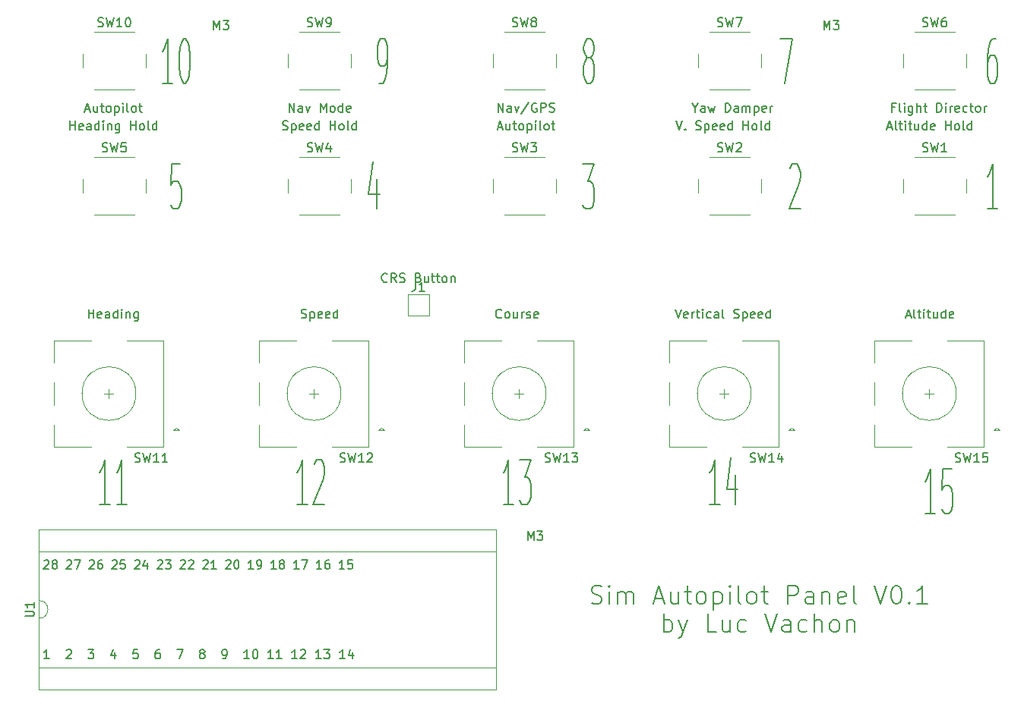
<source format=gbr>
%TF.GenerationSoftware,KiCad,Pcbnew,(5.1.6)-1*%
%TF.CreationDate,2020-08-29T20:59:02-04:00*%
%TF.ProjectId,autopilotv1,6175746f-7069-46c6-9f74-76312e6b6963,rev?*%
%TF.SameCoordinates,Original*%
%TF.FileFunction,Legend,Top*%
%TF.FilePolarity,Positive*%
%FSLAX46Y46*%
G04 Gerber Fmt 4.6, Leading zero omitted, Abs format (unit mm)*
G04 Created by KiCad (PCBNEW (5.1.6)-1) date 2020-08-29 20:59:02*
%MOMM*%
%LPD*%
G01*
G04 APERTURE LIST*
%ADD10C,0.150000*%
%ADD11C,0.120000*%
G04 APERTURE END LIST*
D10*
X103523809Y-104357142D02*
X103476190Y-104404761D01*
X103333333Y-104452380D01*
X103238095Y-104452380D01*
X103095238Y-104404761D01*
X103000000Y-104309523D01*
X102952380Y-104214285D01*
X102904761Y-104023809D01*
X102904761Y-103880952D01*
X102952380Y-103690476D01*
X103000000Y-103595238D01*
X103095238Y-103500000D01*
X103238095Y-103452380D01*
X103333333Y-103452380D01*
X103476190Y-103500000D01*
X103523809Y-103547619D01*
X104523809Y-104452380D02*
X104190476Y-103976190D01*
X103952380Y-104452380D02*
X103952380Y-103452380D01*
X104333333Y-103452380D01*
X104428571Y-103500000D01*
X104476190Y-103547619D01*
X104523809Y-103642857D01*
X104523809Y-103785714D01*
X104476190Y-103880952D01*
X104428571Y-103928571D01*
X104333333Y-103976190D01*
X103952380Y-103976190D01*
X104904761Y-104404761D02*
X105047619Y-104452380D01*
X105285714Y-104452380D01*
X105380952Y-104404761D01*
X105428571Y-104357142D01*
X105476190Y-104261904D01*
X105476190Y-104166666D01*
X105428571Y-104071428D01*
X105380952Y-104023809D01*
X105285714Y-103976190D01*
X105095238Y-103928571D01*
X105000000Y-103880952D01*
X104952380Y-103833333D01*
X104904761Y-103738095D01*
X104904761Y-103642857D01*
X104952380Y-103547619D01*
X105000000Y-103500000D01*
X105095238Y-103452380D01*
X105333333Y-103452380D01*
X105476190Y-103500000D01*
X107000000Y-103928571D02*
X107142857Y-103976190D01*
X107190476Y-104023809D01*
X107238095Y-104119047D01*
X107238095Y-104261904D01*
X107190476Y-104357142D01*
X107142857Y-104404761D01*
X107047619Y-104452380D01*
X106666666Y-104452380D01*
X106666666Y-103452380D01*
X107000000Y-103452380D01*
X107095238Y-103500000D01*
X107142857Y-103547619D01*
X107190476Y-103642857D01*
X107190476Y-103738095D01*
X107142857Y-103833333D01*
X107095238Y-103880952D01*
X107000000Y-103928571D01*
X106666666Y-103928571D01*
X108095238Y-103785714D02*
X108095238Y-104452380D01*
X107666666Y-103785714D02*
X107666666Y-104309523D01*
X107714285Y-104404761D01*
X107809523Y-104452380D01*
X107952380Y-104452380D01*
X108047619Y-104404761D01*
X108095238Y-104357142D01*
X108428571Y-103785714D02*
X108809523Y-103785714D01*
X108571428Y-103452380D02*
X108571428Y-104309523D01*
X108619047Y-104404761D01*
X108714285Y-104452380D01*
X108809523Y-104452380D01*
X109000000Y-103785714D02*
X109380952Y-103785714D01*
X109142857Y-103452380D02*
X109142857Y-104309523D01*
X109190476Y-104404761D01*
X109285714Y-104452380D01*
X109380952Y-104452380D01*
X109857142Y-104452380D02*
X109761904Y-104404761D01*
X109714285Y-104357142D01*
X109666666Y-104261904D01*
X109666666Y-103976190D01*
X109714285Y-103880952D01*
X109761904Y-103833333D01*
X109857142Y-103785714D01*
X110000000Y-103785714D01*
X110095238Y-103833333D01*
X110142857Y-103880952D01*
X110190476Y-103976190D01*
X110190476Y-104261904D01*
X110142857Y-104357142D01*
X110095238Y-104404761D01*
X110000000Y-104452380D01*
X109857142Y-104452380D01*
X110619047Y-103785714D02*
X110619047Y-104452380D01*
X110619047Y-103880952D02*
X110666666Y-103833333D01*
X110761904Y-103785714D01*
X110904761Y-103785714D01*
X111000000Y-103833333D01*
X111047619Y-103928571D01*
X111047619Y-104452380D01*
X164619047Y-130261904D02*
X163476190Y-130261904D01*
X164047619Y-130261904D02*
X164047619Y-125261904D01*
X163857142Y-125976190D01*
X163666666Y-126452380D01*
X163476190Y-126690476D01*
X166428571Y-125261904D02*
X165476190Y-125261904D01*
X165380952Y-127642857D01*
X165476190Y-127404761D01*
X165666666Y-127166666D01*
X166142857Y-127166666D01*
X166333333Y-127404761D01*
X166428571Y-127642857D01*
X166523809Y-128119047D01*
X166523809Y-129309523D01*
X166428571Y-129785714D01*
X166333333Y-130023809D01*
X166142857Y-130261904D01*
X165666666Y-130261904D01*
X165476190Y-130023809D01*
X165380952Y-129785714D01*
X140619047Y-129261904D02*
X139476190Y-129261904D01*
X140047619Y-129261904D02*
X140047619Y-124261904D01*
X139857142Y-124976190D01*
X139666666Y-125452380D01*
X139476190Y-125690476D01*
X142333333Y-125928571D02*
X142333333Y-129261904D01*
X141857142Y-124023809D02*
X141380952Y-127595238D01*
X142619047Y-127595238D01*
X117619047Y-129261904D02*
X116476190Y-129261904D01*
X117047619Y-129261904D02*
X117047619Y-124261904D01*
X116857142Y-124976190D01*
X116666666Y-125452380D01*
X116476190Y-125690476D01*
X118285714Y-124261904D02*
X119523809Y-124261904D01*
X118857142Y-126166666D01*
X119142857Y-126166666D01*
X119333333Y-126404761D01*
X119428571Y-126642857D01*
X119523809Y-127119047D01*
X119523809Y-128309523D01*
X119428571Y-128785714D01*
X119333333Y-129023809D01*
X119142857Y-129261904D01*
X118571428Y-129261904D01*
X118380952Y-129023809D01*
X118285714Y-128785714D01*
X94619047Y-129261904D02*
X93476190Y-129261904D01*
X94047619Y-129261904D02*
X94047619Y-124261904D01*
X93857142Y-124976190D01*
X93666666Y-125452380D01*
X93476190Y-125690476D01*
X95380952Y-124738095D02*
X95476190Y-124500000D01*
X95666666Y-124261904D01*
X96142857Y-124261904D01*
X96333333Y-124500000D01*
X96428571Y-124738095D01*
X96523809Y-125214285D01*
X96523809Y-125690476D01*
X96428571Y-126404761D01*
X95285714Y-129261904D01*
X96523809Y-129261904D01*
X72619047Y-129261904D02*
X71476190Y-129261904D01*
X72047619Y-129261904D02*
X72047619Y-124261904D01*
X71857142Y-124976190D01*
X71666666Y-125452380D01*
X71476190Y-125690476D01*
X74523809Y-129261904D02*
X73380952Y-129261904D01*
X73952380Y-129261904D02*
X73952380Y-124261904D01*
X73761904Y-124976190D01*
X73571428Y-125452380D01*
X73380952Y-125690476D01*
X171571428Y-96261904D02*
X170428571Y-96261904D01*
X171000000Y-96261904D02*
X171000000Y-91261904D01*
X170809523Y-91976190D01*
X170619047Y-92452380D01*
X170428571Y-92690476D01*
X148428571Y-91738095D02*
X148523809Y-91500000D01*
X148714285Y-91261904D01*
X149190476Y-91261904D01*
X149380952Y-91500000D01*
X149476190Y-91738095D01*
X149571428Y-92214285D01*
X149571428Y-92690476D01*
X149476190Y-93404761D01*
X148333333Y-96261904D01*
X149571428Y-96261904D01*
X125333333Y-91261904D02*
X126571428Y-91261904D01*
X125904761Y-93166666D01*
X126190476Y-93166666D01*
X126380952Y-93404761D01*
X126476190Y-93642857D01*
X126571428Y-94119047D01*
X126571428Y-95309523D01*
X126476190Y-95785714D01*
X126380952Y-96023809D01*
X126190476Y-96261904D01*
X125619047Y-96261904D01*
X125428571Y-96023809D01*
X125333333Y-95785714D01*
X102380952Y-92928571D02*
X102380952Y-96261904D01*
X101904761Y-91023809D02*
X101428571Y-94595238D01*
X102666666Y-94595238D01*
X80476190Y-91261904D02*
X79523809Y-91261904D01*
X79428571Y-93642857D01*
X79523809Y-93404761D01*
X79714285Y-93166666D01*
X80190476Y-93166666D01*
X80380952Y-93404761D01*
X80476190Y-93642857D01*
X80571428Y-94119047D01*
X80571428Y-95309523D01*
X80476190Y-95785714D01*
X80380952Y-96023809D01*
X80190476Y-96261904D01*
X79714285Y-96261904D01*
X79523809Y-96023809D01*
X79428571Y-95785714D01*
X171380952Y-77261904D02*
X171000000Y-77261904D01*
X170809523Y-77500000D01*
X170714285Y-77738095D01*
X170523809Y-78452380D01*
X170428571Y-79404761D01*
X170428571Y-81309523D01*
X170523809Y-81785714D01*
X170619047Y-82023809D01*
X170809523Y-82261904D01*
X171190476Y-82261904D01*
X171380952Y-82023809D01*
X171476190Y-81785714D01*
X171571428Y-81309523D01*
X171571428Y-80119047D01*
X171476190Y-79642857D01*
X171380952Y-79404761D01*
X171190476Y-79166666D01*
X170809523Y-79166666D01*
X170619047Y-79404761D01*
X170523809Y-79642857D01*
X170428571Y-80119047D01*
X147333333Y-77261904D02*
X148666666Y-77261904D01*
X147809523Y-82261904D01*
X125809523Y-79404761D02*
X125619047Y-79166666D01*
X125523809Y-78928571D01*
X125428571Y-78452380D01*
X125428571Y-78214285D01*
X125523809Y-77738095D01*
X125619047Y-77500000D01*
X125809523Y-77261904D01*
X126190476Y-77261904D01*
X126380952Y-77500000D01*
X126476190Y-77738095D01*
X126571428Y-78214285D01*
X126571428Y-78452380D01*
X126476190Y-78928571D01*
X126380952Y-79166666D01*
X126190476Y-79404761D01*
X125809523Y-79404761D01*
X125619047Y-79642857D01*
X125523809Y-79880952D01*
X125428571Y-80357142D01*
X125428571Y-81309523D01*
X125523809Y-81785714D01*
X125619047Y-82023809D01*
X125809523Y-82261904D01*
X126190476Y-82261904D01*
X126380952Y-82023809D01*
X126476190Y-81785714D01*
X126571428Y-81309523D01*
X126571428Y-80357142D01*
X126476190Y-79880952D01*
X126380952Y-79642857D01*
X126190476Y-79404761D01*
X102619047Y-82261904D02*
X103000000Y-82261904D01*
X103190476Y-82023809D01*
X103285714Y-81785714D01*
X103476190Y-81071428D01*
X103571428Y-80119047D01*
X103571428Y-78214285D01*
X103476190Y-77738095D01*
X103380952Y-77500000D01*
X103190476Y-77261904D01*
X102809523Y-77261904D01*
X102619047Y-77500000D01*
X102523809Y-77738095D01*
X102428571Y-78214285D01*
X102428571Y-79404761D01*
X102523809Y-79880952D01*
X102619047Y-80119047D01*
X102809523Y-80357142D01*
X103190476Y-80357142D01*
X103380952Y-80119047D01*
X103476190Y-79880952D01*
X103571428Y-79404761D01*
X79619047Y-82261904D02*
X78476190Y-82261904D01*
X79047619Y-82261904D02*
X79047619Y-77261904D01*
X78857142Y-77976190D01*
X78666666Y-78452380D01*
X78476190Y-78690476D01*
X80857142Y-77261904D02*
X81047619Y-77261904D01*
X81238095Y-77500000D01*
X81333333Y-77738095D01*
X81428571Y-78214285D01*
X81523809Y-79166666D01*
X81523809Y-80357142D01*
X81428571Y-81309523D01*
X81333333Y-81785714D01*
X81238095Y-82023809D01*
X81047619Y-82261904D01*
X80857142Y-82261904D01*
X80666666Y-82023809D01*
X80571428Y-81785714D01*
X80476190Y-81309523D01*
X80380952Y-80357142D01*
X80380952Y-79166666D01*
X80476190Y-78214285D01*
X80571428Y-77738095D01*
X80666666Y-77500000D01*
X80857142Y-77261904D01*
X160119047Y-84928571D02*
X159785714Y-84928571D01*
X159785714Y-85452380D02*
X159785714Y-84452380D01*
X160261904Y-84452380D01*
X160785714Y-85452380D02*
X160690476Y-85404761D01*
X160642857Y-85309523D01*
X160642857Y-84452380D01*
X161166666Y-85452380D02*
X161166666Y-84785714D01*
X161166666Y-84452380D02*
X161119047Y-84500000D01*
X161166666Y-84547619D01*
X161214285Y-84500000D01*
X161166666Y-84452380D01*
X161166666Y-84547619D01*
X162071428Y-84785714D02*
X162071428Y-85595238D01*
X162023809Y-85690476D01*
X161976190Y-85738095D01*
X161880952Y-85785714D01*
X161738095Y-85785714D01*
X161642857Y-85738095D01*
X162071428Y-85404761D02*
X161976190Y-85452380D01*
X161785714Y-85452380D01*
X161690476Y-85404761D01*
X161642857Y-85357142D01*
X161595238Y-85261904D01*
X161595238Y-84976190D01*
X161642857Y-84880952D01*
X161690476Y-84833333D01*
X161785714Y-84785714D01*
X161976190Y-84785714D01*
X162071428Y-84833333D01*
X162547619Y-85452380D02*
X162547619Y-84452380D01*
X162976190Y-85452380D02*
X162976190Y-84928571D01*
X162928571Y-84833333D01*
X162833333Y-84785714D01*
X162690476Y-84785714D01*
X162595238Y-84833333D01*
X162547619Y-84880952D01*
X163309523Y-84785714D02*
X163690476Y-84785714D01*
X163452380Y-84452380D02*
X163452380Y-85309523D01*
X163500000Y-85404761D01*
X163595238Y-85452380D01*
X163690476Y-85452380D01*
X164785714Y-85452380D02*
X164785714Y-84452380D01*
X165023809Y-84452380D01*
X165166666Y-84500000D01*
X165261904Y-84595238D01*
X165309523Y-84690476D01*
X165357142Y-84880952D01*
X165357142Y-85023809D01*
X165309523Y-85214285D01*
X165261904Y-85309523D01*
X165166666Y-85404761D01*
X165023809Y-85452380D01*
X164785714Y-85452380D01*
X165785714Y-85452380D02*
X165785714Y-84785714D01*
X165785714Y-84452380D02*
X165738095Y-84500000D01*
X165785714Y-84547619D01*
X165833333Y-84500000D01*
X165785714Y-84452380D01*
X165785714Y-84547619D01*
X166261904Y-85452380D02*
X166261904Y-84785714D01*
X166261904Y-84976190D02*
X166309523Y-84880952D01*
X166357142Y-84833333D01*
X166452380Y-84785714D01*
X166547619Y-84785714D01*
X167261904Y-85404761D02*
X167166666Y-85452380D01*
X166976190Y-85452380D01*
X166880952Y-85404761D01*
X166833333Y-85309523D01*
X166833333Y-84928571D01*
X166880952Y-84833333D01*
X166976190Y-84785714D01*
X167166666Y-84785714D01*
X167261904Y-84833333D01*
X167309523Y-84928571D01*
X167309523Y-85023809D01*
X166833333Y-85119047D01*
X168166666Y-85404761D02*
X168071428Y-85452380D01*
X167880952Y-85452380D01*
X167785714Y-85404761D01*
X167738095Y-85357142D01*
X167690476Y-85261904D01*
X167690476Y-84976190D01*
X167738095Y-84880952D01*
X167785714Y-84833333D01*
X167880952Y-84785714D01*
X168071428Y-84785714D01*
X168166666Y-84833333D01*
X168452380Y-84785714D02*
X168833333Y-84785714D01*
X168595238Y-84452380D02*
X168595238Y-85309523D01*
X168642857Y-85404761D01*
X168738095Y-85452380D01*
X168833333Y-85452380D01*
X169309523Y-85452380D02*
X169214285Y-85404761D01*
X169166666Y-85357142D01*
X169119047Y-85261904D01*
X169119047Y-84976190D01*
X169166666Y-84880952D01*
X169214285Y-84833333D01*
X169309523Y-84785714D01*
X169452380Y-84785714D01*
X169547619Y-84833333D01*
X169595238Y-84880952D01*
X169642857Y-84976190D01*
X169642857Y-85261904D01*
X169595238Y-85357142D01*
X169547619Y-85404761D01*
X169452380Y-85452380D01*
X169309523Y-85452380D01*
X170071428Y-85452380D02*
X170071428Y-84785714D01*
X170071428Y-84976190D02*
X170119047Y-84880952D01*
X170166666Y-84833333D01*
X170261904Y-84785714D01*
X170357142Y-84785714D01*
X137833333Y-84976190D02*
X137833333Y-85452380D01*
X137500000Y-84452380D02*
X137833333Y-84976190D01*
X138166666Y-84452380D01*
X138928571Y-85452380D02*
X138928571Y-84928571D01*
X138880952Y-84833333D01*
X138785714Y-84785714D01*
X138595238Y-84785714D01*
X138500000Y-84833333D01*
X138928571Y-85404761D02*
X138833333Y-85452380D01*
X138595238Y-85452380D01*
X138500000Y-85404761D01*
X138452380Y-85309523D01*
X138452380Y-85214285D01*
X138500000Y-85119047D01*
X138595238Y-85071428D01*
X138833333Y-85071428D01*
X138928571Y-85023809D01*
X139309523Y-84785714D02*
X139500000Y-85452380D01*
X139690476Y-84976190D01*
X139880952Y-85452380D01*
X140071428Y-84785714D01*
X141214285Y-85452380D02*
X141214285Y-84452380D01*
X141452380Y-84452380D01*
X141595238Y-84500000D01*
X141690476Y-84595238D01*
X141738095Y-84690476D01*
X141785714Y-84880952D01*
X141785714Y-85023809D01*
X141738095Y-85214285D01*
X141690476Y-85309523D01*
X141595238Y-85404761D01*
X141452380Y-85452380D01*
X141214285Y-85452380D01*
X142642857Y-85452380D02*
X142642857Y-84928571D01*
X142595238Y-84833333D01*
X142500000Y-84785714D01*
X142309523Y-84785714D01*
X142214285Y-84833333D01*
X142642857Y-85404761D02*
X142547619Y-85452380D01*
X142309523Y-85452380D01*
X142214285Y-85404761D01*
X142166666Y-85309523D01*
X142166666Y-85214285D01*
X142214285Y-85119047D01*
X142309523Y-85071428D01*
X142547619Y-85071428D01*
X142642857Y-85023809D01*
X143119047Y-85452380D02*
X143119047Y-84785714D01*
X143119047Y-84880952D02*
X143166666Y-84833333D01*
X143261904Y-84785714D01*
X143404761Y-84785714D01*
X143500000Y-84833333D01*
X143547619Y-84928571D01*
X143547619Y-85452380D01*
X143547619Y-84928571D02*
X143595238Y-84833333D01*
X143690476Y-84785714D01*
X143833333Y-84785714D01*
X143928571Y-84833333D01*
X143976190Y-84928571D01*
X143976190Y-85452380D01*
X144452380Y-84785714D02*
X144452380Y-85785714D01*
X144452380Y-84833333D02*
X144547619Y-84785714D01*
X144738095Y-84785714D01*
X144833333Y-84833333D01*
X144880952Y-84880952D01*
X144928571Y-84976190D01*
X144928571Y-85261904D01*
X144880952Y-85357142D01*
X144833333Y-85404761D01*
X144738095Y-85452380D01*
X144547619Y-85452380D01*
X144452380Y-85404761D01*
X145738095Y-85404761D02*
X145642857Y-85452380D01*
X145452380Y-85452380D01*
X145357142Y-85404761D01*
X145309523Y-85309523D01*
X145309523Y-84928571D01*
X145357142Y-84833333D01*
X145452380Y-84785714D01*
X145642857Y-84785714D01*
X145738095Y-84833333D01*
X145785714Y-84928571D01*
X145785714Y-85023809D01*
X145309523Y-85119047D01*
X146214285Y-85452380D02*
X146214285Y-84785714D01*
X146214285Y-84976190D02*
X146261904Y-84880952D01*
X146309523Y-84833333D01*
X146404761Y-84785714D01*
X146500000Y-84785714D01*
X92595238Y-85452380D02*
X92595238Y-84452380D01*
X93166666Y-85452380D01*
X93166666Y-84452380D01*
X94071428Y-85452380D02*
X94071428Y-84928571D01*
X94023809Y-84833333D01*
X93928571Y-84785714D01*
X93738095Y-84785714D01*
X93642857Y-84833333D01*
X94071428Y-85404761D02*
X93976190Y-85452380D01*
X93738095Y-85452380D01*
X93642857Y-85404761D01*
X93595238Y-85309523D01*
X93595238Y-85214285D01*
X93642857Y-85119047D01*
X93738095Y-85071428D01*
X93976190Y-85071428D01*
X94071428Y-85023809D01*
X94452380Y-84785714D02*
X94690476Y-85452380D01*
X94928571Y-84785714D01*
X96071428Y-85452380D02*
X96071428Y-84452380D01*
X96404761Y-85166666D01*
X96738095Y-84452380D01*
X96738095Y-85452380D01*
X97357142Y-85452380D02*
X97261904Y-85404761D01*
X97214285Y-85357142D01*
X97166666Y-85261904D01*
X97166666Y-84976190D01*
X97214285Y-84880952D01*
X97261904Y-84833333D01*
X97357142Y-84785714D01*
X97500000Y-84785714D01*
X97595238Y-84833333D01*
X97642857Y-84880952D01*
X97690476Y-84976190D01*
X97690476Y-85261904D01*
X97642857Y-85357142D01*
X97595238Y-85404761D01*
X97500000Y-85452380D01*
X97357142Y-85452380D01*
X98547619Y-85452380D02*
X98547619Y-84452380D01*
X98547619Y-85404761D02*
X98452380Y-85452380D01*
X98261904Y-85452380D01*
X98166666Y-85404761D01*
X98119047Y-85357142D01*
X98071428Y-85261904D01*
X98071428Y-84976190D01*
X98119047Y-84880952D01*
X98166666Y-84833333D01*
X98261904Y-84785714D01*
X98452380Y-84785714D01*
X98547619Y-84833333D01*
X99404761Y-85404761D02*
X99309523Y-85452380D01*
X99119047Y-85452380D01*
X99023809Y-85404761D01*
X98976190Y-85309523D01*
X98976190Y-84928571D01*
X99023809Y-84833333D01*
X99119047Y-84785714D01*
X99309523Y-84785714D01*
X99404761Y-84833333D01*
X99452380Y-84928571D01*
X99452380Y-85023809D01*
X98976190Y-85119047D01*
X69880952Y-85166666D02*
X70357142Y-85166666D01*
X69785714Y-85452380D02*
X70119047Y-84452380D01*
X70452380Y-85452380D01*
X71214285Y-84785714D02*
X71214285Y-85452380D01*
X70785714Y-84785714D02*
X70785714Y-85309523D01*
X70833333Y-85404761D01*
X70928571Y-85452380D01*
X71071428Y-85452380D01*
X71166666Y-85404761D01*
X71214285Y-85357142D01*
X71547619Y-84785714D02*
X71928571Y-84785714D01*
X71690476Y-84452380D02*
X71690476Y-85309523D01*
X71738095Y-85404761D01*
X71833333Y-85452380D01*
X71928571Y-85452380D01*
X72404761Y-85452380D02*
X72309523Y-85404761D01*
X72261904Y-85357142D01*
X72214285Y-85261904D01*
X72214285Y-84976190D01*
X72261904Y-84880952D01*
X72309523Y-84833333D01*
X72404761Y-84785714D01*
X72547619Y-84785714D01*
X72642857Y-84833333D01*
X72690476Y-84880952D01*
X72738095Y-84976190D01*
X72738095Y-85261904D01*
X72690476Y-85357142D01*
X72642857Y-85404761D01*
X72547619Y-85452380D01*
X72404761Y-85452380D01*
X73166666Y-84785714D02*
X73166666Y-85785714D01*
X73166666Y-84833333D02*
X73261904Y-84785714D01*
X73452380Y-84785714D01*
X73547619Y-84833333D01*
X73595238Y-84880952D01*
X73642857Y-84976190D01*
X73642857Y-85261904D01*
X73595238Y-85357142D01*
X73547619Y-85404761D01*
X73452380Y-85452380D01*
X73261904Y-85452380D01*
X73166666Y-85404761D01*
X74071428Y-85452380D02*
X74071428Y-84785714D01*
X74071428Y-84452380D02*
X74023809Y-84500000D01*
X74071428Y-84547619D01*
X74119047Y-84500000D01*
X74071428Y-84452380D01*
X74071428Y-84547619D01*
X74690476Y-85452380D02*
X74595238Y-85404761D01*
X74547619Y-85309523D01*
X74547619Y-84452380D01*
X75214285Y-85452380D02*
X75119047Y-85404761D01*
X75071428Y-85357142D01*
X75023809Y-85261904D01*
X75023809Y-84976190D01*
X75071428Y-84880952D01*
X75119047Y-84833333D01*
X75214285Y-84785714D01*
X75357142Y-84785714D01*
X75452380Y-84833333D01*
X75500000Y-84880952D01*
X75547619Y-84976190D01*
X75547619Y-85261904D01*
X75500000Y-85357142D01*
X75452380Y-85404761D01*
X75357142Y-85452380D01*
X75214285Y-85452380D01*
X75833333Y-84785714D02*
X76214285Y-84785714D01*
X75976190Y-84452380D02*
X75976190Y-85309523D01*
X76023809Y-85404761D01*
X76119047Y-85452380D01*
X76214285Y-85452380D01*
X115880952Y-85452380D02*
X115880952Y-84452380D01*
X116452380Y-85452380D01*
X116452380Y-84452380D01*
X117357142Y-85452380D02*
X117357142Y-84928571D01*
X117309523Y-84833333D01*
X117214285Y-84785714D01*
X117023809Y-84785714D01*
X116928571Y-84833333D01*
X117357142Y-85404761D02*
X117261904Y-85452380D01*
X117023809Y-85452380D01*
X116928571Y-85404761D01*
X116880952Y-85309523D01*
X116880952Y-85214285D01*
X116928571Y-85119047D01*
X117023809Y-85071428D01*
X117261904Y-85071428D01*
X117357142Y-85023809D01*
X117738095Y-84785714D02*
X117976190Y-85452380D01*
X118214285Y-84785714D01*
X119309523Y-84404761D02*
X118452380Y-85690476D01*
X120166666Y-84500000D02*
X120071428Y-84452380D01*
X119928571Y-84452380D01*
X119785714Y-84500000D01*
X119690476Y-84595238D01*
X119642857Y-84690476D01*
X119595238Y-84880952D01*
X119595238Y-85023809D01*
X119642857Y-85214285D01*
X119690476Y-85309523D01*
X119785714Y-85404761D01*
X119928571Y-85452380D01*
X120023809Y-85452380D01*
X120166666Y-85404761D01*
X120214285Y-85357142D01*
X120214285Y-85023809D01*
X120023809Y-85023809D01*
X120642857Y-85452380D02*
X120642857Y-84452380D01*
X121023809Y-84452380D01*
X121119047Y-84500000D01*
X121166666Y-84547619D01*
X121214285Y-84642857D01*
X121214285Y-84785714D01*
X121166666Y-84880952D01*
X121119047Y-84928571D01*
X121023809Y-84976190D01*
X120642857Y-84976190D01*
X121595238Y-85404761D02*
X121738095Y-85452380D01*
X121976190Y-85452380D01*
X122071428Y-85404761D01*
X122119047Y-85357142D01*
X122166666Y-85261904D01*
X122166666Y-85166666D01*
X122119047Y-85071428D01*
X122071428Y-85023809D01*
X121976190Y-84976190D01*
X121785714Y-84928571D01*
X121690476Y-84880952D01*
X121642857Y-84833333D01*
X121595238Y-84738095D01*
X121595238Y-84642857D01*
X121642857Y-84547619D01*
X121690476Y-84500000D01*
X121785714Y-84452380D01*
X122023809Y-84452380D01*
X122166666Y-84500000D01*
X115880952Y-87166666D02*
X116357142Y-87166666D01*
X115785714Y-87452380D02*
X116119047Y-86452380D01*
X116452380Y-87452380D01*
X117214285Y-86785714D02*
X117214285Y-87452380D01*
X116785714Y-86785714D02*
X116785714Y-87309523D01*
X116833333Y-87404761D01*
X116928571Y-87452380D01*
X117071428Y-87452380D01*
X117166666Y-87404761D01*
X117214285Y-87357142D01*
X117547619Y-86785714D02*
X117928571Y-86785714D01*
X117690476Y-86452380D02*
X117690476Y-87309523D01*
X117738095Y-87404761D01*
X117833333Y-87452380D01*
X117928571Y-87452380D01*
X118404761Y-87452380D02*
X118309523Y-87404761D01*
X118261904Y-87357142D01*
X118214285Y-87261904D01*
X118214285Y-86976190D01*
X118261904Y-86880952D01*
X118309523Y-86833333D01*
X118404761Y-86785714D01*
X118547619Y-86785714D01*
X118642857Y-86833333D01*
X118690476Y-86880952D01*
X118738095Y-86976190D01*
X118738095Y-87261904D01*
X118690476Y-87357142D01*
X118642857Y-87404761D01*
X118547619Y-87452380D01*
X118404761Y-87452380D01*
X119166666Y-86785714D02*
X119166666Y-87785714D01*
X119166666Y-86833333D02*
X119261904Y-86785714D01*
X119452380Y-86785714D01*
X119547619Y-86833333D01*
X119595238Y-86880952D01*
X119642857Y-86976190D01*
X119642857Y-87261904D01*
X119595238Y-87357142D01*
X119547619Y-87404761D01*
X119452380Y-87452380D01*
X119261904Y-87452380D01*
X119166666Y-87404761D01*
X120071428Y-87452380D02*
X120071428Y-86785714D01*
X120071428Y-86452380D02*
X120023809Y-86500000D01*
X120071428Y-86547619D01*
X120119047Y-86500000D01*
X120071428Y-86452380D01*
X120071428Y-86547619D01*
X120690476Y-87452380D02*
X120595238Y-87404761D01*
X120547619Y-87309523D01*
X120547619Y-86452380D01*
X121214285Y-87452380D02*
X121119047Y-87404761D01*
X121071428Y-87357142D01*
X121023809Y-87261904D01*
X121023809Y-86976190D01*
X121071428Y-86880952D01*
X121119047Y-86833333D01*
X121214285Y-86785714D01*
X121357142Y-86785714D01*
X121452380Y-86833333D01*
X121500000Y-86880952D01*
X121547619Y-86976190D01*
X121547619Y-87261904D01*
X121500000Y-87357142D01*
X121452380Y-87404761D01*
X121357142Y-87452380D01*
X121214285Y-87452380D01*
X121833333Y-86785714D02*
X122214285Y-86785714D01*
X121976190Y-86452380D02*
X121976190Y-87309523D01*
X122023809Y-87404761D01*
X122119047Y-87452380D01*
X122214285Y-87452380D01*
X159285714Y-87166666D02*
X159761904Y-87166666D01*
X159190476Y-87452380D02*
X159523809Y-86452380D01*
X159857142Y-87452380D01*
X160333333Y-87452380D02*
X160238095Y-87404761D01*
X160190476Y-87309523D01*
X160190476Y-86452380D01*
X160571428Y-86785714D02*
X160952380Y-86785714D01*
X160714285Y-86452380D02*
X160714285Y-87309523D01*
X160761904Y-87404761D01*
X160857142Y-87452380D01*
X160952380Y-87452380D01*
X161285714Y-87452380D02*
X161285714Y-86785714D01*
X161285714Y-86452380D02*
X161238095Y-86500000D01*
X161285714Y-86547619D01*
X161333333Y-86500000D01*
X161285714Y-86452380D01*
X161285714Y-86547619D01*
X161619047Y-86785714D02*
X162000000Y-86785714D01*
X161761904Y-86452380D02*
X161761904Y-87309523D01*
X161809523Y-87404761D01*
X161904761Y-87452380D01*
X162000000Y-87452380D01*
X162761904Y-86785714D02*
X162761904Y-87452380D01*
X162333333Y-86785714D02*
X162333333Y-87309523D01*
X162380952Y-87404761D01*
X162476190Y-87452380D01*
X162619047Y-87452380D01*
X162714285Y-87404761D01*
X162761904Y-87357142D01*
X163666666Y-87452380D02*
X163666666Y-86452380D01*
X163666666Y-87404761D02*
X163571428Y-87452380D01*
X163380952Y-87452380D01*
X163285714Y-87404761D01*
X163238095Y-87357142D01*
X163190476Y-87261904D01*
X163190476Y-86976190D01*
X163238095Y-86880952D01*
X163285714Y-86833333D01*
X163380952Y-86785714D01*
X163571428Y-86785714D01*
X163666666Y-86833333D01*
X164523809Y-87404761D02*
X164428571Y-87452380D01*
X164238095Y-87452380D01*
X164142857Y-87404761D01*
X164095238Y-87309523D01*
X164095238Y-86928571D01*
X164142857Y-86833333D01*
X164238095Y-86785714D01*
X164428571Y-86785714D01*
X164523809Y-86833333D01*
X164571428Y-86928571D01*
X164571428Y-87023809D01*
X164095238Y-87119047D01*
X165761904Y-87452380D02*
X165761904Y-86452380D01*
X165761904Y-86928571D02*
X166333333Y-86928571D01*
X166333333Y-87452380D02*
X166333333Y-86452380D01*
X166952380Y-87452380D02*
X166857142Y-87404761D01*
X166809523Y-87357142D01*
X166761904Y-87261904D01*
X166761904Y-86976190D01*
X166809523Y-86880952D01*
X166857142Y-86833333D01*
X166952380Y-86785714D01*
X167095238Y-86785714D01*
X167190476Y-86833333D01*
X167238095Y-86880952D01*
X167285714Y-86976190D01*
X167285714Y-87261904D01*
X167238095Y-87357142D01*
X167190476Y-87404761D01*
X167095238Y-87452380D01*
X166952380Y-87452380D01*
X167857142Y-87452380D02*
X167761904Y-87404761D01*
X167714285Y-87309523D01*
X167714285Y-86452380D01*
X168666666Y-87452380D02*
X168666666Y-86452380D01*
X168666666Y-87404761D02*
X168571428Y-87452380D01*
X168380952Y-87452380D01*
X168285714Y-87404761D01*
X168238095Y-87357142D01*
X168190476Y-87261904D01*
X168190476Y-86976190D01*
X168238095Y-86880952D01*
X168285714Y-86833333D01*
X168380952Y-86785714D01*
X168571428Y-86785714D01*
X168666666Y-86833333D01*
X135738095Y-86452380D02*
X136071428Y-87452380D01*
X136404761Y-86452380D01*
X136738095Y-87357142D02*
X136785714Y-87404761D01*
X136738095Y-87452380D01*
X136690476Y-87404761D01*
X136738095Y-87357142D01*
X136738095Y-87452380D01*
X137928571Y-87404761D02*
X138071428Y-87452380D01*
X138309523Y-87452380D01*
X138404761Y-87404761D01*
X138452380Y-87357142D01*
X138500000Y-87261904D01*
X138500000Y-87166666D01*
X138452380Y-87071428D01*
X138404761Y-87023809D01*
X138309523Y-86976190D01*
X138119047Y-86928571D01*
X138023809Y-86880952D01*
X137976190Y-86833333D01*
X137928571Y-86738095D01*
X137928571Y-86642857D01*
X137976190Y-86547619D01*
X138023809Y-86500000D01*
X138119047Y-86452380D01*
X138357142Y-86452380D01*
X138500000Y-86500000D01*
X138928571Y-86785714D02*
X138928571Y-87785714D01*
X138928571Y-86833333D02*
X139023809Y-86785714D01*
X139214285Y-86785714D01*
X139309523Y-86833333D01*
X139357142Y-86880952D01*
X139404761Y-86976190D01*
X139404761Y-87261904D01*
X139357142Y-87357142D01*
X139309523Y-87404761D01*
X139214285Y-87452380D01*
X139023809Y-87452380D01*
X138928571Y-87404761D01*
X140214285Y-87404761D02*
X140119047Y-87452380D01*
X139928571Y-87452380D01*
X139833333Y-87404761D01*
X139785714Y-87309523D01*
X139785714Y-86928571D01*
X139833333Y-86833333D01*
X139928571Y-86785714D01*
X140119047Y-86785714D01*
X140214285Y-86833333D01*
X140261904Y-86928571D01*
X140261904Y-87023809D01*
X139785714Y-87119047D01*
X141071428Y-87404761D02*
X140976190Y-87452380D01*
X140785714Y-87452380D01*
X140690476Y-87404761D01*
X140642857Y-87309523D01*
X140642857Y-86928571D01*
X140690476Y-86833333D01*
X140785714Y-86785714D01*
X140976190Y-86785714D01*
X141071428Y-86833333D01*
X141119047Y-86928571D01*
X141119047Y-87023809D01*
X140642857Y-87119047D01*
X141976190Y-87452380D02*
X141976190Y-86452380D01*
X141976190Y-87404761D02*
X141880952Y-87452380D01*
X141690476Y-87452380D01*
X141595238Y-87404761D01*
X141547619Y-87357142D01*
X141500000Y-87261904D01*
X141500000Y-86976190D01*
X141547619Y-86880952D01*
X141595238Y-86833333D01*
X141690476Y-86785714D01*
X141880952Y-86785714D01*
X141976190Y-86833333D01*
X143214285Y-87452380D02*
X143214285Y-86452380D01*
X143214285Y-86928571D02*
X143785714Y-86928571D01*
X143785714Y-87452380D02*
X143785714Y-86452380D01*
X144404761Y-87452380D02*
X144309523Y-87404761D01*
X144261904Y-87357142D01*
X144214285Y-87261904D01*
X144214285Y-86976190D01*
X144261904Y-86880952D01*
X144309523Y-86833333D01*
X144404761Y-86785714D01*
X144547619Y-86785714D01*
X144642857Y-86833333D01*
X144690476Y-86880952D01*
X144738095Y-86976190D01*
X144738095Y-87261904D01*
X144690476Y-87357142D01*
X144642857Y-87404761D01*
X144547619Y-87452380D01*
X144404761Y-87452380D01*
X145309523Y-87452380D02*
X145214285Y-87404761D01*
X145166666Y-87309523D01*
X145166666Y-86452380D01*
X146119047Y-87452380D02*
X146119047Y-86452380D01*
X146119047Y-87404761D02*
X146023809Y-87452380D01*
X145833333Y-87452380D01*
X145738095Y-87404761D01*
X145690476Y-87357142D01*
X145642857Y-87261904D01*
X145642857Y-86976190D01*
X145690476Y-86880952D01*
X145738095Y-86833333D01*
X145833333Y-86785714D01*
X146023809Y-86785714D01*
X146119047Y-86833333D01*
X91880952Y-87404761D02*
X92023809Y-87452380D01*
X92261904Y-87452380D01*
X92357142Y-87404761D01*
X92404761Y-87357142D01*
X92452380Y-87261904D01*
X92452380Y-87166666D01*
X92404761Y-87071428D01*
X92357142Y-87023809D01*
X92261904Y-86976190D01*
X92071428Y-86928571D01*
X91976190Y-86880952D01*
X91928571Y-86833333D01*
X91880952Y-86738095D01*
X91880952Y-86642857D01*
X91928571Y-86547619D01*
X91976190Y-86500000D01*
X92071428Y-86452380D01*
X92309523Y-86452380D01*
X92452380Y-86500000D01*
X92880952Y-86785714D02*
X92880952Y-87785714D01*
X92880952Y-86833333D02*
X92976190Y-86785714D01*
X93166666Y-86785714D01*
X93261904Y-86833333D01*
X93309523Y-86880952D01*
X93357142Y-86976190D01*
X93357142Y-87261904D01*
X93309523Y-87357142D01*
X93261904Y-87404761D01*
X93166666Y-87452380D01*
X92976190Y-87452380D01*
X92880952Y-87404761D01*
X94166666Y-87404761D02*
X94071428Y-87452380D01*
X93880952Y-87452380D01*
X93785714Y-87404761D01*
X93738095Y-87309523D01*
X93738095Y-86928571D01*
X93785714Y-86833333D01*
X93880952Y-86785714D01*
X94071428Y-86785714D01*
X94166666Y-86833333D01*
X94214285Y-86928571D01*
X94214285Y-87023809D01*
X93738095Y-87119047D01*
X95023809Y-87404761D02*
X94928571Y-87452380D01*
X94738095Y-87452380D01*
X94642857Y-87404761D01*
X94595238Y-87309523D01*
X94595238Y-86928571D01*
X94642857Y-86833333D01*
X94738095Y-86785714D01*
X94928571Y-86785714D01*
X95023809Y-86833333D01*
X95071428Y-86928571D01*
X95071428Y-87023809D01*
X94595238Y-87119047D01*
X95928571Y-87452380D02*
X95928571Y-86452380D01*
X95928571Y-87404761D02*
X95833333Y-87452380D01*
X95642857Y-87452380D01*
X95547619Y-87404761D01*
X95500000Y-87357142D01*
X95452380Y-87261904D01*
X95452380Y-86976190D01*
X95500000Y-86880952D01*
X95547619Y-86833333D01*
X95642857Y-86785714D01*
X95833333Y-86785714D01*
X95928571Y-86833333D01*
X97166666Y-87452380D02*
X97166666Y-86452380D01*
X97166666Y-86928571D02*
X97738095Y-86928571D01*
X97738095Y-87452380D02*
X97738095Y-86452380D01*
X98357142Y-87452380D02*
X98261904Y-87404761D01*
X98214285Y-87357142D01*
X98166666Y-87261904D01*
X98166666Y-86976190D01*
X98214285Y-86880952D01*
X98261904Y-86833333D01*
X98357142Y-86785714D01*
X98500000Y-86785714D01*
X98595238Y-86833333D01*
X98642857Y-86880952D01*
X98690476Y-86976190D01*
X98690476Y-87261904D01*
X98642857Y-87357142D01*
X98595238Y-87404761D01*
X98500000Y-87452380D01*
X98357142Y-87452380D01*
X99261904Y-87452380D02*
X99166666Y-87404761D01*
X99119047Y-87309523D01*
X99119047Y-86452380D01*
X100071428Y-87452380D02*
X100071428Y-86452380D01*
X100071428Y-87404761D02*
X99976190Y-87452380D01*
X99785714Y-87452380D01*
X99690476Y-87404761D01*
X99642857Y-87357142D01*
X99595238Y-87261904D01*
X99595238Y-86976190D01*
X99642857Y-86880952D01*
X99690476Y-86833333D01*
X99785714Y-86785714D01*
X99976190Y-86785714D01*
X100071428Y-86833333D01*
X68166666Y-87452380D02*
X68166666Y-86452380D01*
X68166666Y-86928571D02*
X68738095Y-86928571D01*
X68738095Y-87452380D02*
X68738095Y-86452380D01*
X69595238Y-87404761D02*
X69500000Y-87452380D01*
X69309523Y-87452380D01*
X69214285Y-87404761D01*
X69166666Y-87309523D01*
X69166666Y-86928571D01*
X69214285Y-86833333D01*
X69309523Y-86785714D01*
X69500000Y-86785714D01*
X69595238Y-86833333D01*
X69642857Y-86928571D01*
X69642857Y-87023809D01*
X69166666Y-87119047D01*
X70500000Y-87452380D02*
X70500000Y-86928571D01*
X70452380Y-86833333D01*
X70357142Y-86785714D01*
X70166666Y-86785714D01*
X70071428Y-86833333D01*
X70500000Y-87404761D02*
X70404761Y-87452380D01*
X70166666Y-87452380D01*
X70071428Y-87404761D01*
X70023809Y-87309523D01*
X70023809Y-87214285D01*
X70071428Y-87119047D01*
X70166666Y-87071428D01*
X70404761Y-87071428D01*
X70500000Y-87023809D01*
X71404761Y-87452380D02*
X71404761Y-86452380D01*
X71404761Y-87404761D02*
X71309523Y-87452380D01*
X71119047Y-87452380D01*
X71023809Y-87404761D01*
X70976190Y-87357142D01*
X70928571Y-87261904D01*
X70928571Y-86976190D01*
X70976190Y-86880952D01*
X71023809Y-86833333D01*
X71119047Y-86785714D01*
X71309523Y-86785714D01*
X71404761Y-86833333D01*
X71880952Y-87452380D02*
X71880952Y-86785714D01*
X71880952Y-86452380D02*
X71833333Y-86500000D01*
X71880952Y-86547619D01*
X71928571Y-86500000D01*
X71880952Y-86452380D01*
X71880952Y-86547619D01*
X72357142Y-86785714D02*
X72357142Y-87452380D01*
X72357142Y-86880952D02*
X72404761Y-86833333D01*
X72500000Y-86785714D01*
X72642857Y-86785714D01*
X72738095Y-86833333D01*
X72785714Y-86928571D01*
X72785714Y-87452380D01*
X73690476Y-86785714D02*
X73690476Y-87595238D01*
X73642857Y-87690476D01*
X73595238Y-87738095D01*
X73500000Y-87785714D01*
X73357142Y-87785714D01*
X73261904Y-87738095D01*
X73690476Y-87404761D02*
X73595238Y-87452380D01*
X73404761Y-87452380D01*
X73309523Y-87404761D01*
X73261904Y-87357142D01*
X73214285Y-87261904D01*
X73214285Y-86976190D01*
X73261904Y-86880952D01*
X73309523Y-86833333D01*
X73404761Y-86785714D01*
X73595238Y-86785714D01*
X73690476Y-86833333D01*
X74928571Y-87452380D02*
X74928571Y-86452380D01*
X74928571Y-86928571D02*
X75500000Y-86928571D01*
X75500000Y-87452380D02*
X75500000Y-86452380D01*
X76119047Y-87452380D02*
X76023809Y-87404761D01*
X75976190Y-87357142D01*
X75928571Y-87261904D01*
X75928571Y-86976190D01*
X75976190Y-86880952D01*
X76023809Y-86833333D01*
X76119047Y-86785714D01*
X76261904Y-86785714D01*
X76357142Y-86833333D01*
X76404761Y-86880952D01*
X76452380Y-86976190D01*
X76452380Y-87261904D01*
X76404761Y-87357142D01*
X76357142Y-87404761D01*
X76261904Y-87452380D01*
X76119047Y-87452380D01*
X77023809Y-87452380D02*
X76928571Y-87404761D01*
X76880952Y-87309523D01*
X76880952Y-86452380D01*
X77833333Y-87452380D02*
X77833333Y-86452380D01*
X77833333Y-87404761D02*
X77738095Y-87452380D01*
X77547619Y-87452380D01*
X77452380Y-87404761D01*
X77404761Y-87357142D01*
X77357142Y-87261904D01*
X77357142Y-86976190D01*
X77404761Y-86880952D01*
X77452380Y-86833333D01*
X77547619Y-86785714D01*
X77738095Y-86785714D01*
X77833333Y-86833333D01*
X161357142Y-108166666D02*
X161833333Y-108166666D01*
X161261904Y-108452380D02*
X161595238Y-107452380D01*
X161928571Y-108452380D01*
X162404761Y-108452380D02*
X162309523Y-108404761D01*
X162261904Y-108309523D01*
X162261904Y-107452380D01*
X162642857Y-107785714D02*
X163023809Y-107785714D01*
X162785714Y-107452380D02*
X162785714Y-108309523D01*
X162833333Y-108404761D01*
X162928571Y-108452380D01*
X163023809Y-108452380D01*
X163357142Y-108452380D02*
X163357142Y-107785714D01*
X163357142Y-107452380D02*
X163309523Y-107500000D01*
X163357142Y-107547619D01*
X163404761Y-107500000D01*
X163357142Y-107452380D01*
X163357142Y-107547619D01*
X163690476Y-107785714D02*
X164071428Y-107785714D01*
X163833333Y-107452380D02*
X163833333Y-108309523D01*
X163880952Y-108404761D01*
X163976190Y-108452380D01*
X164071428Y-108452380D01*
X164833333Y-107785714D02*
X164833333Y-108452380D01*
X164404761Y-107785714D02*
X164404761Y-108309523D01*
X164452380Y-108404761D01*
X164547619Y-108452380D01*
X164690476Y-108452380D01*
X164785714Y-108404761D01*
X164833333Y-108357142D01*
X165738095Y-108452380D02*
X165738095Y-107452380D01*
X165738095Y-108404761D02*
X165642857Y-108452380D01*
X165452380Y-108452380D01*
X165357142Y-108404761D01*
X165309523Y-108357142D01*
X165261904Y-108261904D01*
X165261904Y-107976190D01*
X165309523Y-107880952D01*
X165357142Y-107833333D01*
X165452380Y-107785714D01*
X165642857Y-107785714D01*
X165738095Y-107833333D01*
X166595238Y-108404761D02*
X166500000Y-108452380D01*
X166309523Y-108452380D01*
X166214285Y-108404761D01*
X166166666Y-108309523D01*
X166166666Y-107928571D01*
X166214285Y-107833333D01*
X166309523Y-107785714D01*
X166500000Y-107785714D01*
X166595238Y-107833333D01*
X166642857Y-107928571D01*
X166642857Y-108023809D01*
X166166666Y-108119047D01*
X135642857Y-107452380D02*
X135976190Y-108452380D01*
X136309523Y-107452380D01*
X137023809Y-108404761D02*
X136928571Y-108452380D01*
X136738095Y-108452380D01*
X136642857Y-108404761D01*
X136595238Y-108309523D01*
X136595238Y-107928571D01*
X136642857Y-107833333D01*
X136738095Y-107785714D01*
X136928571Y-107785714D01*
X137023809Y-107833333D01*
X137071428Y-107928571D01*
X137071428Y-108023809D01*
X136595238Y-108119047D01*
X137500000Y-108452380D02*
X137500000Y-107785714D01*
X137500000Y-107976190D02*
X137547619Y-107880952D01*
X137595238Y-107833333D01*
X137690476Y-107785714D01*
X137785714Y-107785714D01*
X137976190Y-107785714D02*
X138357142Y-107785714D01*
X138119047Y-107452380D02*
X138119047Y-108309523D01*
X138166666Y-108404761D01*
X138261904Y-108452380D01*
X138357142Y-108452380D01*
X138690476Y-108452380D02*
X138690476Y-107785714D01*
X138690476Y-107452380D02*
X138642857Y-107500000D01*
X138690476Y-107547619D01*
X138738095Y-107500000D01*
X138690476Y-107452380D01*
X138690476Y-107547619D01*
X139595238Y-108404761D02*
X139500000Y-108452380D01*
X139309523Y-108452380D01*
X139214285Y-108404761D01*
X139166666Y-108357142D01*
X139119047Y-108261904D01*
X139119047Y-107976190D01*
X139166666Y-107880952D01*
X139214285Y-107833333D01*
X139309523Y-107785714D01*
X139500000Y-107785714D01*
X139595238Y-107833333D01*
X140452380Y-108452380D02*
X140452380Y-107928571D01*
X140404761Y-107833333D01*
X140309523Y-107785714D01*
X140119047Y-107785714D01*
X140023809Y-107833333D01*
X140452380Y-108404761D02*
X140357142Y-108452380D01*
X140119047Y-108452380D01*
X140023809Y-108404761D01*
X139976190Y-108309523D01*
X139976190Y-108214285D01*
X140023809Y-108119047D01*
X140119047Y-108071428D01*
X140357142Y-108071428D01*
X140452380Y-108023809D01*
X141071428Y-108452380D02*
X140976190Y-108404761D01*
X140928571Y-108309523D01*
X140928571Y-107452380D01*
X142166666Y-108404761D02*
X142309523Y-108452380D01*
X142547619Y-108452380D01*
X142642857Y-108404761D01*
X142690476Y-108357142D01*
X142738095Y-108261904D01*
X142738095Y-108166666D01*
X142690476Y-108071428D01*
X142642857Y-108023809D01*
X142547619Y-107976190D01*
X142357142Y-107928571D01*
X142261904Y-107880952D01*
X142214285Y-107833333D01*
X142166666Y-107738095D01*
X142166666Y-107642857D01*
X142214285Y-107547619D01*
X142261904Y-107500000D01*
X142357142Y-107452380D01*
X142595238Y-107452380D01*
X142738095Y-107500000D01*
X143166666Y-107785714D02*
X143166666Y-108785714D01*
X143166666Y-107833333D02*
X143261904Y-107785714D01*
X143452380Y-107785714D01*
X143547619Y-107833333D01*
X143595238Y-107880952D01*
X143642857Y-107976190D01*
X143642857Y-108261904D01*
X143595238Y-108357142D01*
X143547619Y-108404761D01*
X143452380Y-108452380D01*
X143261904Y-108452380D01*
X143166666Y-108404761D01*
X144452380Y-108404761D02*
X144357142Y-108452380D01*
X144166666Y-108452380D01*
X144071428Y-108404761D01*
X144023809Y-108309523D01*
X144023809Y-107928571D01*
X144071428Y-107833333D01*
X144166666Y-107785714D01*
X144357142Y-107785714D01*
X144452380Y-107833333D01*
X144500000Y-107928571D01*
X144500000Y-108023809D01*
X144023809Y-108119047D01*
X145309523Y-108404761D02*
X145214285Y-108452380D01*
X145023809Y-108452380D01*
X144928571Y-108404761D01*
X144880952Y-108309523D01*
X144880952Y-107928571D01*
X144928571Y-107833333D01*
X145023809Y-107785714D01*
X145214285Y-107785714D01*
X145309523Y-107833333D01*
X145357142Y-107928571D01*
X145357142Y-108023809D01*
X144880952Y-108119047D01*
X146214285Y-108452380D02*
X146214285Y-107452380D01*
X146214285Y-108404761D02*
X146119047Y-108452380D01*
X145928571Y-108452380D01*
X145833333Y-108404761D01*
X145785714Y-108357142D01*
X145738095Y-108261904D01*
X145738095Y-107976190D01*
X145785714Y-107880952D01*
X145833333Y-107833333D01*
X145928571Y-107785714D01*
X146119047Y-107785714D01*
X146214285Y-107833333D01*
X116261904Y-108357142D02*
X116214285Y-108404761D01*
X116071428Y-108452380D01*
X115976190Y-108452380D01*
X115833333Y-108404761D01*
X115738095Y-108309523D01*
X115690476Y-108214285D01*
X115642857Y-108023809D01*
X115642857Y-107880952D01*
X115690476Y-107690476D01*
X115738095Y-107595238D01*
X115833333Y-107500000D01*
X115976190Y-107452380D01*
X116071428Y-107452380D01*
X116214285Y-107500000D01*
X116261904Y-107547619D01*
X116833333Y-108452380D02*
X116738095Y-108404761D01*
X116690476Y-108357142D01*
X116642857Y-108261904D01*
X116642857Y-107976190D01*
X116690476Y-107880952D01*
X116738095Y-107833333D01*
X116833333Y-107785714D01*
X116976190Y-107785714D01*
X117071428Y-107833333D01*
X117119047Y-107880952D01*
X117166666Y-107976190D01*
X117166666Y-108261904D01*
X117119047Y-108357142D01*
X117071428Y-108404761D01*
X116976190Y-108452380D01*
X116833333Y-108452380D01*
X118023809Y-107785714D02*
X118023809Y-108452380D01*
X117595238Y-107785714D02*
X117595238Y-108309523D01*
X117642857Y-108404761D01*
X117738095Y-108452380D01*
X117880952Y-108452380D01*
X117976190Y-108404761D01*
X118023809Y-108357142D01*
X118500000Y-108452380D02*
X118500000Y-107785714D01*
X118500000Y-107976190D02*
X118547619Y-107880952D01*
X118595238Y-107833333D01*
X118690476Y-107785714D01*
X118785714Y-107785714D01*
X119071428Y-108404761D02*
X119166666Y-108452380D01*
X119357142Y-108452380D01*
X119452380Y-108404761D01*
X119500000Y-108309523D01*
X119500000Y-108261904D01*
X119452380Y-108166666D01*
X119357142Y-108119047D01*
X119214285Y-108119047D01*
X119119047Y-108071428D01*
X119071428Y-107976190D01*
X119071428Y-107928571D01*
X119119047Y-107833333D01*
X119214285Y-107785714D01*
X119357142Y-107785714D01*
X119452380Y-107833333D01*
X120309523Y-108404761D02*
X120214285Y-108452380D01*
X120023809Y-108452380D01*
X119928571Y-108404761D01*
X119880952Y-108309523D01*
X119880952Y-107928571D01*
X119928571Y-107833333D01*
X120023809Y-107785714D01*
X120214285Y-107785714D01*
X120309523Y-107833333D01*
X120357142Y-107928571D01*
X120357142Y-108023809D01*
X119880952Y-108119047D01*
X93952380Y-108404761D02*
X94095238Y-108452380D01*
X94333333Y-108452380D01*
X94428571Y-108404761D01*
X94476190Y-108357142D01*
X94523809Y-108261904D01*
X94523809Y-108166666D01*
X94476190Y-108071428D01*
X94428571Y-108023809D01*
X94333333Y-107976190D01*
X94142857Y-107928571D01*
X94047619Y-107880952D01*
X94000000Y-107833333D01*
X93952380Y-107738095D01*
X93952380Y-107642857D01*
X94000000Y-107547619D01*
X94047619Y-107500000D01*
X94142857Y-107452380D01*
X94380952Y-107452380D01*
X94523809Y-107500000D01*
X94952380Y-107785714D02*
X94952380Y-108785714D01*
X94952380Y-107833333D02*
X95047619Y-107785714D01*
X95238095Y-107785714D01*
X95333333Y-107833333D01*
X95380952Y-107880952D01*
X95428571Y-107976190D01*
X95428571Y-108261904D01*
X95380952Y-108357142D01*
X95333333Y-108404761D01*
X95238095Y-108452380D01*
X95047619Y-108452380D01*
X94952380Y-108404761D01*
X96238095Y-108404761D02*
X96142857Y-108452380D01*
X95952380Y-108452380D01*
X95857142Y-108404761D01*
X95809523Y-108309523D01*
X95809523Y-107928571D01*
X95857142Y-107833333D01*
X95952380Y-107785714D01*
X96142857Y-107785714D01*
X96238095Y-107833333D01*
X96285714Y-107928571D01*
X96285714Y-108023809D01*
X95809523Y-108119047D01*
X97095238Y-108404761D02*
X97000000Y-108452380D01*
X96809523Y-108452380D01*
X96714285Y-108404761D01*
X96666666Y-108309523D01*
X96666666Y-107928571D01*
X96714285Y-107833333D01*
X96809523Y-107785714D01*
X97000000Y-107785714D01*
X97095238Y-107833333D01*
X97142857Y-107928571D01*
X97142857Y-108023809D01*
X96666666Y-108119047D01*
X98000000Y-108452380D02*
X98000000Y-107452380D01*
X98000000Y-108404761D02*
X97904761Y-108452380D01*
X97714285Y-108452380D01*
X97619047Y-108404761D01*
X97571428Y-108357142D01*
X97523809Y-108261904D01*
X97523809Y-107976190D01*
X97571428Y-107880952D01*
X97619047Y-107833333D01*
X97714285Y-107785714D01*
X97904761Y-107785714D01*
X98000000Y-107833333D01*
X70238095Y-108452380D02*
X70238095Y-107452380D01*
X70238095Y-107928571D02*
X70809523Y-107928571D01*
X70809523Y-108452380D02*
X70809523Y-107452380D01*
X71666666Y-108404761D02*
X71571428Y-108452380D01*
X71380952Y-108452380D01*
X71285714Y-108404761D01*
X71238095Y-108309523D01*
X71238095Y-107928571D01*
X71285714Y-107833333D01*
X71380952Y-107785714D01*
X71571428Y-107785714D01*
X71666666Y-107833333D01*
X71714285Y-107928571D01*
X71714285Y-108023809D01*
X71238095Y-108119047D01*
X72571428Y-108452380D02*
X72571428Y-107928571D01*
X72523809Y-107833333D01*
X72428571Y-107785714D01*
X72238095Y-107785714D01*
X72142857Y-107833333D01*
X72571428Y-108404761D02*
X72476190Y-108452380D01*
X72238095Y-108452380D01*
X72142857Y-108404761D01*
X72095238Y-108309523D01*
X72095238Y-108214285D01*
X72142857Y-108119047D01*
X72238095Y-108071428D01*
X72476190Y-108071428D01*
X72571428Y-108023809D01*
X73476190Y-108452380D02*
X73476190Y-107452380D01*
X73476190Y-108404761D02*
X73380952Y-108452380D01*
X73190476Y-108452380D01*
X73095238Y-108404761D01*
X73047619Y-108357142D01*
X73000000Y-108261904D01*
X73000000Y-107976190D01*
X73047619Y-107880952D01*
X73095238Y-107833333D01*
X73190476Y-107785714D01*
X73380952Y-107785714D01*
X73476190Y-107833333D01*
X73952380Y-108452380D02*
X73952380Y-107785714D01*
X73952380Y-107452380D02*
X73904761Y-107500000D01*
X73952380Y-107547619D01*
X74000000Y-107500000D01*
X73952380Y-107452380D01*
X73952380Y-107547619D01*
X74428571Y-107785714D02*
X74428571Y-108452380D01*
X74428571Y-107880952D02*
X74476190Y-107833333D01*
X74571428Y-107785714D01*
X74714285Y-107785714D01*
X74809523Y-107833333D01*
X74857142Y-107928571D01*
X74857142Y-108452380D01*
X75761904Y-107785714D02*
X75761904Y-108595238D01*
X75714285Y-108690476D01*
X75666666Y-108738095D01*
X75571428Y-108785714D01*
X75428571Y-108785714D01*
X75333333Y-108738095D01*
X75761904Y-108404761D02*
X75666666Y-108452380D01*
X75476190Y-108452380D01*
X75380952Y-108404761D01*
X75333333Y-108357142D01*
X75285714Y-108261904D01*
X75285714Y-107976190D01*
X75333333Y-107880952D01*
X75380952Y-107833333D01*
X75476190Y-107785714D01*
X75666666Y-107785714D01*
X75761904Y-107833333D01*
X65278452Y-135547619D02*
X65323690Y-135500000D01*
X65414166Y-135452380D01*
X65640357Y-135452380D01*
X65730833Y-135500000D01*
X65776071Y-135547619D01*
X65821309Y-135642857D01*
X65821309Y-135738095D01*
X65776071Y-135880952D01*
X65233214Y-136452380D01*
X65821309Y-136452380D01*
X66364166Y-135880952D02*
X66273690Y-135833333D01*
X66228452Y-135785714D01*
X66183214Y-135690476D01*
X66183214Y-135642857D01*
X66228452Y-135547619D01*
X66273690Y-135500000D01*
X66364166Y-135452380D01*
X66545119Y-135452380D01*
X66635595Y-135500000D01*
X66680833Y-135547619D01*
X66726071Y-135642857D01*
X66726071Y-135690476D01*
X66680833Y-135785714D01*
X66635595Y-135833333D01*
X66545119Y-135880952D01*
X66364166Y-135880952D01*
X66273690Y-135928571D01*
X66228452Y-135976190D01*
X66183214Y-136071428D01*
X66183214Y-136261904D01*
X66228452Y-136357142D01*
X66273690Y-136404761D01*
X66364166Y-136452380D01*
X66545119Y-136452380D01*
X66635595Y-136404761D01*
X66680833Y-136357142D01*
X66726071Y-136261904D01*
X66726071Y-136071428D01*
X66680833Y-135976190D01*
X66635595Y-135928571D01*
X66545119Y-135880952D01*
X67811785Y-135547619D02*
X67857023Y-135500000D01*
X67947500Y-135452380D01*
X68173690Y-135452380D01*
X68264166Y-135500000D01*
X68309404Y-135547619D01*
X68354642Y-135642857D01*
X68354642Y-135738095D01*
X68309404Y-135880952D01*
X67766547Y-136452380D01*
X68354642Y-136452380D01*
X68671309Y-135452380D02*
X69304642Y-135452380D01*
X68897500Y-136452380D01*
X70345119Y-135547619D02*
X70390357Y-135500000D01*
X70480833Y-135452380D01*
X70707023Y-135452380D01*
X70797500Y-135500000D01*
X70842738Y-135547619D01*
X70887976Y-135642857D01*
X70887976Y-135738095D01*
X70842738Y-135880952D01*
X70299880Y-136452380D01*
X70887976Y-136452380D01*
X71702261Y-135452380D02*
X71521309Y-135452380D01*
X71430833Y-135500000D01*
X71385595Y-135547619D01*
X71295119Y-135690476D01*
X71249880Y-135880952D01*
X71249880Y-136261904D01*
X71295119Y-136357142D01*
X71340357Y-136404761D01*
X71430833Y-136452380D01*
X71611785Y-136452380D01*
X71702261Y-136404761D01*
X71747500Y-136357142D01*
X71792738Y-136261904D01*
X71792738Y-136023809D01*
X71747500Y-135928571D01*
X71702261Y-135880952D01*
X71611785Y-135833333D01*
X71430833Y-135833333D01*
X71340357Y-135880952D01*
X71295119Y-135928571D01*
X71249880Y-136023809D01*
X72878452Y-135547619D02*
X72923690Y-135500000D01*
X73014166Y-135452380D01*
X73240357Y-135452380D01*
X73330833Y-135500000D01*
X73376071Y-135547619D01*
X73421309Y-135642857D01*
X73421309Y-135738095D01*
X73376071Y-135880952D01*
X72833214Y-136452380D01*
X73421309Y-136452380D01*
X74280833Y-135452380D02*
X73828452Y-135452380D01*
X73783214Y-135928571D01*
X73828452Y-135880952D01*
X73918928Y-135833333D01*
X74145119Y-135833333D01*
X74235595Y-135880952D01*
X74280833Y-135928571D01*
X74326071Y-136023809D01*
X74326071Y-136261904D01*
X74280833Y-136357142D01*
X74235595Y-136404761D01*
X74145119Y-136452380D01*
X73918928Y-136452380D01*
X73828452Y-136404761D01*
X73783214Y-136357142D01*
X75411785Y-135547619D02*
X75457023Y-135500000D01*
X75547500Y-135452380D01*
X75773690Y-135452380D01*
X75864166Y-135500000D01*
X75909404Y-135547619D01*
X75954642Y-135642857D01*
X75954642Y-135738095D01*
X75909404Y-135880952D01*
X75366547Y-136452380D01*
X75954642Y-136452380D01*
X76768928Y-135785714D02*
X76768928Y-136452380D01*
X76542738Y-135404761D02*
X76316547Y-136119047D01*
X76904642Y-136119047D01*
X77945119Y-135547619D02*
X77990357Y-135500000D01*
X78080833Y-135452380D01*
X78307023Y-135452380D01*
X78397500Y-135500000D01*
X78442738Y-135547619D01*
X78487976Y-135642857D01*
X78487976Y-135738095D01*
X78442738Y-135880952D01*
X77899880Y-136452380D01*
X78487976Y-136452380D01*
X78804642Y-135452380D02*
X79392738Y-135452380D01*
X79076071Y-135833333D01*
X79211785Y-135833333D01*
X79302261Y-135880952D01*
X79347500Y-135928571D01*
X79392738Y-136023809D01*
X79392738Y-136261904D01*
X79347500Y-136357142D01*
X79302261Y-136404761D01*
X79211785Y-136452380D01*
X78940357Y-136452380D01*
X78849880Y-136404761D01*
X78804642Y-136357142D01*
X80478452Y-135547619D02*
X80523690Y-135500000D01*
X80614166Y-135452380D01*
X80840357Y-135452380D01*
X80930833Y-135500000D01*
X80976071Y-135547619D01*
X81021309Y-135642857D01*
X81021309Y-135738095D01*
X80976071Y-135880952D01*
X80433214Y-136452380D01*
X81021309Y-136452380D01*
X81383214Y-135547619D02*
X81428452Y-135500000D01*
X81518928Y-135452380D01*
X81745119Y-135452380D01*
X81835595Y-135500000D01*
X81880833Y-135547619D01*
X81926071Y-135642857D01*
X81926071Y-135738095D01*
X81880833Y-135880952D01*
X81337976Y-136452380D01*
X81926071Y-136452380D01*
X83011785Y-135547619D02*
X83057023Y-135500000D01*
X83147500Y-135452380D01*
X83373690Y-135452380D01*
X83464166Y-135500000D01*
X83509404Y-135547619D01*
X83554642Y-135642857D01*
X83554642Y-135738095D01*
X83509404Y-135880952D01*
X82966547Y-136452380D01*
X83554642Y-136452380D01*
X84459404Y-136452380D02*
X83916547Y-136452380D01*
X84187976Y-136452380D02*
X84187976Y-135452380D01*
X84097500Y-135595238D01*
X84007023Y-135690476D01*
X83916547Y-135738095D01*
X85545119Y-135547619D02*
X85590357Y-135500000D01*
X85680833Y-135452380D01*
X85907023Y-135452380D01*
X85997500Y-135500000D01*
X86042738Y-135547619D01*
X86087976Y-135642857D01*
X86087976Y-135738095D01*
X86042738Y-135880952D01*
X85499880Y-136452380D01*
X86087976Y-136452380D01*
X86676071Y-135452380D02*
X86766547Y-135452380D01*
X86857023Y-135500000D01*
X86902261Y-135547619D01*
X86947500Y-135642857D01*
X86992738Y-135833333D01*
X86992738Y-136071428D01*
X86947500Y-136261904D01*
X86902261Y-136357142D01*
X86857023Y-136404761D01*
X86766547Y-136452380D01*
X86676071Y-136452380D01*
X86585595Y-136404761D01*
X86540357Y-136357142D01*
X86495119Y-136261904D01*
X86449880Y-136071428D01*
X86449880Y-135833333D01*
X86495119Y-135642857D01*
X86540357Y-135547619D01*
X86585595Y-135500000D01*
X86676071Y-135452380D01*
X88621309Y-136452380D02*
X88078452Y-136452380D01*
X88349880Y-136452380D02*
X88349880Y-135452380D01*
X88259404Y-135595238D01*
X88168928Y-135690476D01*
X88078452Y-135738095D01*
X89073690Y-136452380D02*
X89254642Y-136452380D01*
X89345119Y-136404761D01*
X89390357Y-136357142D01*
X89480833Y-136214285D01*
X89526071Y-136023809D01*
X89526071Y-135642857D01*
X89480833Y-135547619D01*
X89435595Y-135500000D01*
X89345119Y-135452380D01*
X89164166Y-135452380D01*
X89073690Y-135500000D01*
X89028452Y-135547619D01*
X88983214Y-135642857D01*
X88983214Y-135880952D01*
X89028452Y-135976190D01*
X89073690Y-136023809D01*
X89164166Y-136071428D01*
X89345119Y-136071428D01*
X89435595Y-136023809D01*
X89480833Y-135976190D01*
X89526071Y-135880952D01*
X91154642Y-136452380D02*
X90611785Y-136452380D01*
X90883214Y-136452380D02*
X90883214Y-135452380D01*
X90792738Y-135595238D01*
X90702261Y-135690476D01*
X90611785Y-135738095D01*
X91697499Y-135880952D02*
X91607023Y-135833333D01*
X91561785Y-135785714D01*
X91516547Y-135690476D01*
X91516547Y-135642857D01*
X91561785Y-135547619D01*
X91607023Y-135500000D01*
X91697499Y-135452380D01*
X91878452Y-135452380D01*
X91968928Y-135500000D01*
X92014166Y-135547619D01*
X92059404Y-135642857D01*
X92059404Y-135690476D01*
X92014166Y-135785714D01*
X91968928Y-135833333D01*
X91878452Y-135880952D01*
X91697499Y-135880952D01*
X91607023Y-135928571D01*
X91561785Y-135976190D01*
X91516547Y-136071428D01*
X91516547Y-136261904D01*
X91561785Y-136357142D01*
X91607023Y-136404761D01*
X91697499Y-136452380D01*
X91878452Y-136452380D01*
X91968928Y-136404761D01*
X92014166Y-136357142D01*
X92059404Y-136261904D01*
X92059404Y-136071428D01*
X92014166Y-135976190D01*
X91968928Y-135928571D01*
X91878452Y-135880952D01*
X93687976Y-136452380D02*
X93145119Y-136452380D01*
X93416547Y-136452380D02*
X93416547Y-135452380D01*
X93326071Y-135595238D01*
X93235595Y-135690476D01*
X93145119Y-135738095D01*
X94004642Y-135452380D02*
X94637976Y-135452380D01*
X94230833Y-136452380D01*
X96221309Y-136452380D02*
X95678452Y-136452380D01*
X95949880Y-136452380D02*
X95949880Y-135452380D01*
X95859404Y-135595238D01*
X95768928Y-135690476D01*
X95678452Y-135738095D01*
X97035595Y-135452380D02*
X96854642Y-135452380D01*
X96764166Y-135500000D01*
X96718928Y-135547619D01*
X96628452Y-135690476D01*
X96583214Y-135880952D01*
X96583214Y-136261904D01*
X96628452Y-136357142D01*
X96673690Y-136404761D01*
X96764166Y-136452380D01*
X96945119Y-136452380D01*
X97035595Y-136404761D01*
X97080833Y-136357142D01*
X97126071Y-136261904D01*
X97126071Y-136023809D01*
X97080833Y-135928571D01*
X97035595Y-135880952D01*
X96945119Y-135833333D01*
X96764166Y-135833333D01*
X96673690Y-135880952D01*
X96628452Y-135928571D01*
X96583214Y-136023809D01*
X98754642Y-136452380D02*
X98211785Y-136452380D01*
X98483214Y-136452380D02*
X98483214Y-135452380D01*
X98392738Y-135595238D01*
X98302261Y-135690476D01*
X98211785Y-135738095D01*
X99614166Y-135452380D02*
X99161785Y-135452380D01*
X99116547Y-135928571D01*
X99161785Y-135880952D01*
X99252261Y-135833333D01*
X99478452Y-135833333D01*
X99568928Y-135880952D01*
X99614166Y-135928571D01*
X99659404Y-136023809D01*
X99659404Y-136261904D01*
X99614166Y-136357142D01*
X99568928Y-136404761D01*
X99478452Y-136452380D01*
X99252261Y-136452380D01*
X99161785Y-136404761D01*
X99116547Y-136357142D01*
X65859404Y-146452380D02*
X65287976Y-146452380D01*
X65573690Y-146452380D02*
X65573690Y-145452380D01*
X65478452Y-145595238D01*
X65383214Y-145690476D01*
X65287976Y-145738095D01*
X67764166Y-145547619D02*
X67811785Y-145500000D01*
X67907023Y-145452380D01*
X68145119Y-145452380D01*
X68240357Y-145500000D01*
X68287976Y-145547619D01*
X68335595Y-145642857D01*
X68335595Y-145738095D01*
X68287976Y-145880952D01*
X67716547Y-146452380D01*
X68335595Y-146452380D01*
X70192738Y-145452380D02*
X70811785Y-145452380D01*
X70478452Y-145833333D01*
X70621309Y-145833333D01*
X70716547Y-145880952D01*
X70764166Y-145928571D01*
X70811785Y-146023809D01*
X70811785Y-146261904D01*
X70764166Y-146357142D01*
X70716547Y-146404761D01*
X70621309Y-146452380D01*
X70335595Y-146452380D01*
X70240357Y-146404761D01*
X70192738Y-146357142D01*
X73192738Y-145785714D02*
X73192738Y-146452380D01*
X72954642Y-145404761D02*
X72716547Y-146119047D01*
X73335595Y-146119047D01*
X75716547Y-145452380D02*
X75240357Y-145452380D01*
X75192738Y-145928571D01*
X75240357Y-145880952D01*
X75335595Y-145833333D01*
X75573690Y-145833333D01*
X75668928Y-145880952D01*
X75716547Y-145928571D01*
X75764166Y-146023809D01*
X75764166Y-146261904D01*
X75716547Y-146357142D01*
X75668928Y-146404761D01*
X75573690Y-146452380D01*
X75335595Y-146452380D01*
X75240357Y-146404761D01*
X75192738Y-146357142D01*
X78145119Y-145452380D02*
X77954642Y-145452380D01*
X77859404Y-145500000D01*
X77811785Y-145547619D01*
X77716547Y-145690476D01*
X77668928Y-145880952D01*
X77668928Y-146261904D01*
X77716547Y-146357142D01*
X77764166Y-146404761D01*
X77859404Y-146452380D01*
X78049880Y-146452380D01*
X78145119Y-146404761D01*
X78192738Y-146357142D01*
X78240357Y-146261904D01*
X78240357Y-146023809D01*
X78192738Y-145928571D01*
X78145119Y-145880952D01*
X78049880Y-145833333D01*
X77859404Y-145833333D01*
X77764166Y-145880952D01*
X77716547Y-145928571D01*
X77668928Y-146023809D01*
X80097500Y-145452380D02*
X80764166Y-145452380D01*
X80335595Y-146452380D01*
X82811785Y-145880952D02*
X82716547Y-145833333D01*
X82668928Y-145785714D01*
X82621309Y-145690476D01*
X82621309Y-145642857D01*
X82668928Y-145547619D01*
X82716547Y-145500000D01*
X82811785Y-145452380D01*
X83002261Y-145452380D01*
X83097500Y-145500000D01*
X83145119Y-145547619D01*
X83192738Y-145642857D01*
X83192738Y-145690476D01*
X83145119Y-145785714D01*
X83097500Y-145833333D01*
X83002261Y-145880952D01*
X82811785Y-145880952D01*
X82716547Y-145928571D01*
X82668928Y-145976190D01*
X82621309Y-146071428D01*
X82621309Y-146261904D01*
X82668928Y-146357142D01*
X82716547Y-146404761D01*
X82811785Y-146452380D01*
X83002261Y-146452380D01*
X83097500Y-146404761D01*
X83145119Y-146357142D01*
X83192738Y-146261904D01*
X83192738Y-146071428D01*
X83145119Y-145976190D01*
X83097500Y-145928571D01*
X83002261Y-145880952D01*
X85192738Y-146452380D02*
X85383214Y-146452380D01*
X85478452Y-146404761D01*
X85526071Y-146357142D01*
X85621309Y-146214285D01*
X85668928Y-146023809D01*
X85668928Y-145642857D01*
X85621309Y-145547619D01*
X85573690Y-145500000D01*
X85478452Y-145452380D01*
X85287976Y-145452380D01*
X85192738Y-145500000D01*
X85145119Y-145547619D01*
X85097500Y-145642857D01*
X85097500Y-145880952D01*
X85145119Y-145976190D01*
X85192738Y-146023809D01*
X85287976Y-146071428D01*
X85478452Y-146071428D01*
X85573690Y-146023809D01*
X85621309Y-145976190D01*
X85668928Y-145880952D01*
X88145119Y-146452380D02*
X87573690Y-146452380D01*
X87859404Y-146452380D02*
X87859404Y-145452380D01*
X87764166Y-145595238D01*
X87668928Y-145690476D01*
X87573690Y-145738095D01*
X88764166Y-145452380D02*
X88859404Y-145452380D01*
X88954642Y-145500000D01*
X89002261Y-145547619D01*
X89049880Y-145642857D01*
X89097499Y-145833333D01*
X89097499Y-146071428D01*
X89049880Y-146261904D01*
X89002261Y-146357142D01*
X88954642Y-146404761D01*
X88859404Y-146452380D01*
X88764166Y-146452380D01*
X88668928Y-146404761D01*
X88621309Y-146357142D01*
X88573690Y-146261904D01*
X88526071Y-146071428D01*
X88526071Y-145833333D01*
X88573690Y-145642857D01*
X88621309Y-145547619D01*
X88668928Y-145500000D01*
X88764166Y-145452380D01*
X90811785Y-146452380D02*
X90240357Y-146452380D01*
X90526071Y-146452380D02*
X90526071Y-145452380D01*
X90430833Y-145595238D01*
X90335595Y-145690476D01*
X90240357Y-145738095D01*
X91764166Y-146452380D02*
X91192738Y-146452380D01*
X91478452Y-146452380D02*
X91478452Y-145452380D01*
X91383214Y-145595238D01*
X91287976Y-145690476D01*
X91192738Y-145738095D01*
X93478452Y-146452380D02*
X92907023Y-146452380D01*
X93192738Y-146452380D02*
X93192738Y-145452380D01*
X93097499Y-145595238D01*
X93002261Y-145690476D01*
X92907023Y-145738095D01*
X93859404Y-145547619D02*
X93907023Y-145500000D01*
X94002261Y-145452380D01*
X94240357Y-145452380D01*
X94335595Y-145500000D01*
X94383214Y-145547619D01*
X94430833Y-145642857D01*
X94430833Y-145738095D01*
X94383214Y-145880952D01*
X93811785Y-146452380D01*
X94430833Y-146452380D01*
X96145119Y-146452380D02*
X95573690Y-146452380D01*
X95859404Y-146452380D02*
X95859404Y-145452380D01*
X95764166Y-145595238D01*
X95668928Y-145690476D01*
X95573690Y-145738095D01*
X96478452Y-145452380D02*
X97097499Y-145452380D01*
X96764166Y-145833333D01*
X96907023Y-145833333D01*
X97002261Y-145880952D01*
X97049880Y-145928571D01*
X97097499Y-146023809D01*
X97097499Y-146261904D01*
X97049880Y-146357142D01*
X97002261Y-146404761D01*
X96907023Y-146452380D01*
X96621309Y-146452380D01*
X96526071Y-146404761D01*
X96478452Y-146357142D01*
X98811785Y-146452380D02*
X98240357Y-146452380D01*
X98526071Y-146452380D02*
X98526071Y-145452380D01*
X98430833Y-145595238D01*
X98335595Y-145690476D01*
X98240357Y-145738095D01*
X99668928Y-145785714D02*
X99668928Y-146452380D01*
X99430833Y-145404761D02*
X99192738Y-146119047D01*
X99811785Y-146119047D01*
X126285714Y-140234523D02*
X126571428Y-140329761D01*
X127047619Y-140329761D01*
X127238095Y-140234523D01*
X127333333Y-140139285D01*
X127428571Y-139948809D01*
X127428571Y-139758333D01*
X127333333Y-139567857D01*
X127238095Y-139472619D01*
X127047619Y-139377380D01*
X126666666Y-139282142D01*
X126476190Y-139186904D01*
X126380952Y-139091666D01*
X126285714Y-138901190D01*
X126285714Y-138710714D01*
X126380952Y-138520238D01*
X126476190Y-138425000D01*
X126666666Y-138329761D01*
X127142857Y-138329761D01*
X127428571Y-138425000D01*
X128285714Y-140329761D02*
X128285714Y-138996428D01*
X128285714Y-138329761D02*
X128190476Y-138425000D01*
X128285714Y-138520238D01*
X128380952Y-138425000D01*
X128285714Y-138329761D01*
X128285714Y-138520238D01*
X129238095Y-140329761D02*
X129238095Y-138996428D01*
X129238095Y-139186904D02*
X129333333Y-139091666D01*
X129523809Y-138996428D01*
X129809523Y-138996428D01*
X130000000Y-139091666D01*
X130095238Y-139282142D01*
X130095238Y-140329761D01*
X130095238Y-139282142D02*
X130190476Y-139091666D01*
X130380952Y-138996428D01*
X130666666Y-138996428D01*
X130857142Y-139091666D01*
X130952380Y-139282142D01*
X130952380Y-140329761D01*
X133333333Y-139758333D02*
X134285714Y-139758333D01*
X133142857Y-140329761D02*
X133809523Y-138329761D01*
X134476190Y-140329761D01*
X136000000Y-138996428D02*
X136000000Y-140329761D01*
X135142857Y-138996428D02*
X135142857Y-140044047D01*
X135238095Y-140234523D01*
X135428571Y-140329761D01*
X135714285Y-140329761D01*
X135904761Y-140234523D01*
X136000000Y-140139285D01*
X136666666Y-138996428D02*
X137428571Y-138996428D01*
X136952380Y-138329761D02*
X136952380Y-140044047D01*
X137047619Y-140234523D01*
X137238095Y-140329761D01*
X137428571Y-140329761D01*
X138380952Y-140329761D02*
X138190476Y-140234523D01*
X138095238Y-140139285D01*
X138000000Y-139948809D01*
X138000000Y-139377380D01*
X138095238Y-139186904D01*
X138190476Y-139091666D01*
X138380952Y-138996428D01*
X138666666Y-138996428D01*
X138857142Y-139091666D01*
X138952380Y-139186904D01*
X139047619Y-139377380D01*
X139047619Y-139948809D01*
X138952380Y-140139285D01*
X138857142Y-140234523D01*
X138666666Y-140329761D01*
X138380952Y-140329761D01*
X139904761Y-138996428D02*
X139904761Y-140996428D01*
X139904761Y-139091666D02*
X140095238Y-138996428D01*
X140476190Y-138996428D01*
X140666666Y-139091666D01*
X140761904Y-139186904D01*
X140857142Y-139377380D01*
X140857142Y-139948809D01*
X140761904Y-140139285D01*
X140666666Y-140234523D01*
X140476190Y-140329761D01*
X140095238Y-140329761D01*
X139904761Y-140234523D01*
X141714285Y-140329761D02*
X141714285Y-138996428D01*
X141714285Y-138329761D02*
X141619047Y-138425000D01*
X141714285Y-138520238D01*
X141809523Y-138425000D01*
X141714285Y-138329761D01*
X141714285Y-138520238D01*
X142952380Y-140329761D02*
X142761904Y-140234523D01*
X142666666Y-140044047D01*
X142666666Y-138329761D01*
X144000000Y-140329761D02*
X143809523Y-140234523D01*
X143714285Y-140139285D01*
X143619047Y-139948809D01*
X143619047Y-139377380D01*
X143714285Y-139186904D01*
X143809523Y-139091666D01*
X144000000Y-138996428D01*
X144285714Y-138996428D01*
X144476190Y-139091666D01*
X144571428Y-139186904D01*
X144666666Y-139377380D01*
X144666666Y-139948809D01*
X144571428Y-140139285D01*
X144476190Y-140234523D01*
X144285714Y-140329761D01*
X144000000Y-140329761D01*
X145238095Y-138996428D02*
X146000000Y-138996428D01*
X145523809Y-138329761D02*
X145523809Y-140044047D01*
X145619047Y-140234523D01*
X145809523Y-140329761D01*
X146000000Y-140329761D01*
X148190476Y-140329761D02*
X148190476Y-138329761D01*
X148952380Y-138329761D01*
X149142857Y-138425000D01*
X149238095Y-138520238D01*
X149333333Y-138710714D01*
X149333333Y-138996428D01*
X149238095Y-139186904D01*
X149142857Y-139282142D01*
X148952380Y-139377380D01*
X148190476Y-139377380D01*
X151047619Y-140329761D02*
X151047619Y-139282142D01*
X150952380Y-139091666D01*
X150761904Y-138996428D01*
X150380952Y-138996428D01*
X150190476Y-139091666D01*
X151047619Y-140234523D02*
X150857142Y-140329761D01*
X150380952Y-140329761D01*
X150190476Y-140234523D01*
X150095238Y-140044047D01*
X150095238Y-139853571D01*
X150190476Y-139663095D01*
X150380952Y-139567857D01*
X150857142Y-139567857D01*
X151047619Y-139472619D01*
X152000000Y-138996428D02*
X152000000Y-140329761D01*
X152000000Y-139186904D02*
X152095238Y-139091666D01*
X152285714Y-138996428D01*
X152571428Y-138996428D01*
X152761904Y-139091666D01*
X152857142Y-139282142D01*
X152857142Y-140329761D01*
X154571428Y-140234523D02*
X154380952Y-140329761D01*
X154000000Y-140329761D01*
X153809523Y-140234523D01*
X153714285Y-140044047D01*
X153714285Y-139282142D01*
X153809523Y-139091666D01*
X154000000Y-138996428D01*
X154380952Y-138996428D01*
X154571428Y-139091666D01*
X154666666Y-139282142D01*
X154666666Y-139472619D01*
X153714285Y-139663095D01*
X155809523Y-140329761D02*
X155619047Y-140234523D01*
X155523809Y-140044047D01*
X155523809Y-138329761D01*
X157809523Y-138329761D02*
X158476190Y-140329761D01*
X159142857Y-138329761D01*
X160190476Y-138329761D02*
X160380952Y-138329761D01*
X160571428Y-138425000D01*
X160666666Y-138520238D01*
X160761904Y-138710714D01*
X160857142Y-139091666D01*
X160857142Y-139567857D01*
X160761904Y-139948809D01*
X160666666Y-140139285D01*
X160571428Y-140234523D01*
X160380952Y-140329761D01*
X160190476Y-140329761D01*
X160000000Y-140234523D01*
X159904761Y-140139285D01*
X159809523Y-139948809D01*
X159714285Y-139567857D01*
X159714285Y-139091666D01*
X159809523Y-138710714D01*
X159904761Y-138520238D01*
X160000000Y-138425000D01*
X160190476Y-138329761D01*
X161714285Y-140139285D02*
X161809523Y-140234523D01*
X161714285Y-140329761D01*
X161619047Y-140234523D01*
X161714285Y-140139285D01*
X161714285Y-140329761D01*
X163714285Y-140329761D02*
X162571428Y-140329761D01*
X163142857Y-140329761D02*
X163142857Y-138329761D01*
X162952380Y-138615476D01*
X162761904Y-138805952D01*
X162571428Y-138901190D01*
X134380952Y-143479761D02*
X134380952Y-141479761D01*
X134380952Y-142241666D02*
X134571428Y-142146428D01*
X134952380Y-142146428D01*
X135142857Y-142241666D01*
X135238095Y-142336904D01*
X135333333Y-142527380D01*
X135333333Y-143098809D01*
X135238095Y-143289285D01*
X135142857Y-143384523D01*
X134952380Y-143479761D01*
X134571428Y-143479761D01*
X134380952Y-143384523D01*
X136000000Y-142146428D02*
X136476190Y-143479761D01*
X136952380Y-142146428D02*
X136476190Y-143479761D01*
X136285714Y-143955952D01*
X136190476Y-144051190D01*
X136000000Y-144146428D01*
X140190476Y-143479761D02*
X139238095Y-143479761D01*
X139238095Y-141479761D01*
X141714285Y-142146428D02*
X141714285Y-143479761D01*
X140857142Y-142146428D02*
X140857142Y-143194047D01*
X140952380Y-143384523D01*
X141142857Y-143479761D01*
X141428571Y-143479761D01*
X141619047Y-143384523D01*
X141714285Y-143289285D01*
X143523809Y-143384523D02*
X143333333Y-143479761D01*
X142952380Y-143479761D01*
X142761904Y-143384523D01*
X142666666Y-143289285D01*
X142571428Y-143098809D01*
X142571428Y-142527380D01*
X142666666Y-142336904D01*
X142761904Y-142241666D01*
X142952380Y-142146428D01*
X143333333Y-142146428D01*
X143523809Y-142241666D01*
X145619047Y-141479761D02*
X146285714Y-143479761D01*
X146952380Y-141479761D01*
X148476190Y-143479761D02*
X148476190Y-142432142D01*
X148380952Y-142241666D01*
X148190476Y-142146428D01*
X147809523Y-142146428D01*
X147619047Y-142241666D01*
X148476190Y-143384523D02*
X148285714Y-143479761D01*
X147809523Y-143479761D01*
X147619047Y-143384523D01*
X147523809Y-143194047D01*
X147523809Y-143003571D01*
X147619047Y-142813095D01*
X147809523Y-142717857D01*
X148285714Y-142717857D01*
X148476190Y-142622619D01*
X150285714Y-143384523D02*
X150095238Y-143479761D01*
X149714285Y-143479761D01*
X149523809Y-143384523D01*
X149428571Y-143289285D01*
X149333333Y-143098809D01*
X149333333Y-142527380D01*
X149428571Y-142336904D01*
X149523809Y-142241666D01*
X149714285Y-142146428D01*
X150095238Y-142146428D01*
X150285714Y-142241666D01*
X151142857Y-143479761D02*
X151142857Y-141479761D01*
X152000000Y-143479761D02*
X152000000Y-142432142D01*
X151904761Y-142241666D01*
X151714285Y-142146428D01*
X151428571Y-142146428D01*
X151238095Y-142241666D01*
X151142857Y-142336904D01*
X153238095Y-143479761D02*
X153047619Y-143384523D01*
X152952380Y-143289285D01*
X152857142Y-143098809D01*
X152857142Y-142527380D01*
X152952380Y-142336904D01*
X153047619Y-142241666D01*
X153238095Y-142146428D01*
X153523809Y-142146428D01*
X153714285Y-142241666D01*
X153809523Y-142336904D01*
X153904761Y-142527380D01*
X153904761Y-143098809D01*
X153809523Y-143289285D01*
X153714285Y-143384523D01*
X153523809Y-143479761D01*
X153238095Y-143479761D01*
X154761904Y-142146428D02*
X154761904Y-143479761D01*
X154761904Y-142336904D02*
X154857142Y-142241666D01*
X155047619Y-142146428D01*
X155333333Y-142146428D01*
X155523809Y-142241666D01*
X155619047Y-142432142D01*
X155619047Y-143479761D01*
D11*
%TO.C,J1*%
X105800000Y-105800000D02*
X108200000Y-105800000D01*
X108200000Y-105800000D02*
X108200000Y-108200000D01*
X108200000Y-108200000D02*
X105800000Y-108200000D01*
X105800000Y-108200000D02*
X105800000Y-105800000D01*
%TO.C,U1*%
X64710000Y-141970000D02*
X64710000Y-147430000D01*
X64710000Y-147430000D02*
X115630000Y-147430000D01*
X115630000Y-147430000D02*
X115630000Y-134510000D01*
X115630000Y-134510000D02*
X64710000Y-134510000D01*
X64710000Y-134510000D02*
X64710000Y-139970000D01*
X64650000Y-149920000D02*
X115690000Y-149920000D01*
X115690000Y-149920000D02*
X115690000Y-132020000D01*
X115690000Y-132020000D02*
X64650000Y-132020000D01*
X64650000Y-132020000D02*
X64650000Y-149920000D01*
X64710000Y-139970000D02*
G75*
G02*
X64710000Y-141970000I0J-1000000D01*
G01*
%TO.C,SW7*%
X145180000Y-80470000D02*
X145180000Y-78970000D01*
X143930000Y-76470000D02*
X139430000Y-76470000D01*
X138180000Y-78970000D02*
X138180000Y-80470000D01*
X139430000Y-82970000D02*
X143930000Y-82970000D01*
%TO.C,SW1*%
X168040000Y-94440000D02*
X168040000Y-92940000D01*
X166790000Y-90440000D02*
X162290000Y-90440000D01*
X161040000Y-92940000D02*
X161040000Y-94440000D01*
X162290000Y-96940000D02*
X166790000Y-96940000D01*
%TO.C,SW3*%
X116570000Y-96940000D02*
X121070000Y-96940000D01*
X115320000Y-92940000D02*
X115320000Y-94440000D01*
X121070000Y-90440000D02*
X116570000Y-90440000D01*
X122320000Y-94440000D02*
X122320000Y-92940000D01*
%TO.C,SW5*%
X76600000Y-94440000D02*
X76600000Y-92940000D01*
X75350000Y-90440000D02*
X70850000Y-90440000D01*
X69600000Y-92940000D02*
X69600000Y-94440000D01*
X70850000Y-96940000D02*
X75350000Y-96940000D01*
%TO.C,SW2*%
X145180000Y-94440000D02*
X145180000Y-92940000D01*
X143930000Y-90440000D02*
X139430000Y-90440000D01*
X138180000Y-92940000D02*
X138180000Y-94440000D01*
X139430000Y-96940000D02*
X143930000Y-96940000D01*
%TO.C,SW10*%
X76600000Y-80470000D02*
X76600000Y-78970000D01*
X75350000Y-76470000D02*
X70850000Y-76470000D01*
X69600000Y-78970000D02*
X69600000Y-80470000D01*
X70850000Y-82970000D02*
X75350000Y-82970000D01*
%TO.C,SW9*%
X99460000Y-80470000D02*
X99460000Y-78970000D01*
X98210000Y-76470000D02*
X93710000Y-76470000D01*
X92460000Y-78970000D02*
X92460000Y-80470000D01*
X93710000Y-82970000D02*
X98210000Y-82970000D01*
%TO.C,SW8*%
X122320000Y-80470000D02*
X122320000Y-78970000D01*
X121070000Y-76470000D02*
X116570000Y-76470000D01*
X115320000Y-78970000D02*
X115320000Y-80470000D01*
X116570000Y-82970000D02*
X121070000Y-82970000D01*
%TO.C,SW6*%
X168040000Y-80470000D02*
X168040000Y-78970000D01*
X166790000Y-76470000D02*
X162290000Y-76470000D01*
X161040000Y-78970000D02*
X161040000Y-80470000D01*
X162290000Y-82970000D02*
X166790000Y-82970000D01*
%TO.C,SW4*%
X99460000Y-94440000D02*
X99460000Y-92940000D01*
X98210000Y-90440000D02*
X93710000Y-90440000D01*
X92460000Y-92940000D02*
X92460000Y-94440000D01*
X93710000Y-96940000D02*
X98210000Y-96940000D01*
%TO.C,SW12*%
X98370000Y-116880000D02*
G75*
G03*
X98370000Y-116880000I-3000000J0D01*
G01*
X93370000Y-122780000D02*
X89270000Y-122780000D01*
X89270000Y-110980000D02*
X93370000Y-110980000D01*
X97370000Y-110980000D02*
X101470000Y-110980000D01*
X97370000Y-122780000D02*
X101470000Y-122780000D01*
X101470000Y-122780000D02*
X101470000Y-110980000D01*
X102870000Y-120680000D02*
X103170000Y-120980000D01*
X103170000Y-120980000D02*
X102570000Y-120980000D01*
X102570000Y-120980000D02*
X102870000Y-120680000D01*
X89270000Y-122780000D02*
X89270000Y-120380000D01*
X89270000Y-118180000D02*
X89270000Y-115580000D01*
X89270000Y-113380000D02*
X89270000Y-110980000D01*
X95370000Y-117380000D02*
X95370000Y-116380000D01*
X95870000Y-116880000D02*
X94870000Y-116880000D01*
%TO.C,SW15*%
X164450000Y-116880000D02*
X163450000Y-116880000D01*
X163950000Y-117380000D02*
X163950000Y-116380000D01*
X157850000Y-113380000D02*
X157850000Y-110980000D01*
X157850000Y-118180000D02*
X157850000Y-115580000D01*
X157850000Y-122780000D02*
X157850000Y-120380000D01*
X171150000Y-120980000D02*
X171450000Y-120680000D01*
X171750000Y-120980000D02*
X171150000Y-120980000D01*
X171450000Y-120680000D02*
X171750000Y-120980000D01*
X170050000Y-122780000D02*
X170050000Y-110980000D01*
X165950000Y-122780000D02*
X170050000Y-122780000D01*
X165950000Y-110980000D02*
X170050000Y-110980000D01*
X157850000Y-110980000D02*
X161950000Y-110980000D01*
X161950000Y-122780000D02*
X157850000Y-122780000D01*
X166950000Y-116880000D02*
G75*
G03*
X166950000Y-116880000I-3000000J0D01*
G01*
%TO.C,SW14*%
X144090000Y-116880000D02*
G75*
G03*
X144090000Y-116880000I-3000000J0D01*
G01*
X139090000Y-122780000D02*
X134990000Y-122780000D01*
X134990000Y-110980000D02*
X139090000Y-110980000D01*
X143090000Y-110980000D02*
X147190000Y-110980000D01*
X143090000Y-122780000D02*
X147190000Y-122780000D01*
X147190000Y-122780000D02*
X147190000Y-110980000D01*
X148590000Y-120680000D02*
X148890000Y-120980000D01*
X148890000Y-120980000D02*
X148290000Y-120980000D01*
X148290000Y-120980000D02*
X148590000Y-120680000D01*
X134990000Y-122780000D02*
X134990000Y-120380000D01*
X134990000Y-118180000D02*
X134990000Y-115580000D01*
X134990000Y-113380000D02*
X134990000Y-110980000D01*
X141090000Y-117380000D02*
X141090000Y-116380000D01*
X141590000Y-116880000D02*
X140590000Y-116880000D01*
%TO.C,SW13*%
X121230000Y-116880000D02*
G75*
G03*
X121230000Y-116880000I-3000000J0D01*
G01*
X116230000Y-122780000D02*
X112130000Y-122780000D01*
X112130000Y-110980000D02*
X116230000Y-110980000D01*
X120230000Y-110980000D02*
X124330000Y-110980000D01*
X120230000Y-122780000D02*
X124330000Y-122780000D01*
X124330000Y-122780000D02*
X124330000Y-110980000D01*
X125730000Y-120680000D02*
X126030000Y-120980000D01*
X126030000Y-120980000D02*
X125430000Y-120980000D01*
X125430000Y-120980000D02*
X125730000Y-120680000D01*
X112130000Y-122780000D02*
X112130000Y-120380000D01*
X112130000Y-118180000D02*
X112130000Y-115580000D01*
X112130000Y-113380000D02*
X112130000Y-110980000D01*
X118230000Y-117380000D02*
X118230000Y-116380000D01*
X118730000Y-116880000D02*
X117730000Y-116880000D01*
%TO.C,SW11*%
X75510000Y-116880000D02*
G75*
G03*
X75510000Y-116880000I-3000000J0D01*
G01*
X70510000Y-122780000D02*
X66410000Y-122780000D01*
X66410000Y-110980000D02*
X70510000Y-110980000D01*
X74510000Y-110980000D02*
X78610000Y-110980000D01*
X74510000Y-122780000D02*
X78610000Y-122780000D01*
X78610000Y-122780000D02*
X78610000Y-110980000D01*
X80010000Y-120680000D02*
X80310000Y-120980000D01*
X80310000Y-120980000D02*
X79710000Y-120980000D01*
X79710000Y-120980000D02*
X80010000Y-120680000D01*
X66410000Y-122780000D02*
X66410000Y-120380000D01*
X66410000Y-118180000D02*
X66410000Y-115580000D01*
X66410000Y-113380000D02*
X66410000Y-110980000D01*
X72510000Y-117380000D02*
X72510000Y-116380000D01*
X73010000Y-116880000D02*
X72010000Y-116880000D01*
%TO.C,M3*%
D10*
X119190476Y-133252380D02*
X119190476Y-132252380D01*
X119523809Y-132966666D01*
X119857142Y-132252380D01*
X119857142Y-133252380D01*
X120238095Y-132252380D02*
X120857142Y-132252380D01*
X120523809Y-132633333D01*
X120666666Y-132633333D01*
X120761904Y-132680952D01*
X120809523Y-132728571D01*
X120857142Y-132823809D01*
X120857142Y-133061904D01*
X120809523Y-133157142D01*
X120761904Y-133204761D01*
X120666666Y-133252380D01*
X120380952Y-133252380D01*
X120285714Y-133204761D01*
X120238095Y-133157142D01*
X84190476Y-76252380D02*
X84190476Y-75252380D01*
X84523809Y-75966666D01*
X84857142Y-75252380D01*
X84857142Y-76252380D01*
X85238095Y-75252380D02*
X85857142Y-75252380D01*
X85523809Y-75633333D01*
X85666666Y-75633333D01*
X85761904Y-75680952D01*
X85809523Y-75728571D01*
X85857142Y-75823809D01*
X85857142Y-76061904D01*
X85809523Y-76157142D01*
X85761904Y-76204761D01*
X85666666Y-76252380D01*
X85380952Y-76252380D01*
X85285714Y-76204761D01*
X85238095Y-76157142D01*
X152190476Y-76252380D02*
X152190476Y-75252380D01*
X152523809Y-75966666D01*
X152857142Y-75252380D01*
X152857142Y-76252380D01*
X153238095Y-75252380D02*
X153857142Y-75252380D01*
X153523809Y-75633333D01*
X153666666Y-75633333D01*
X153761904Y-75680952D01*
X153809523Y-75728571D01*
X153857142Y-75823809D01*
X153857142Y-76061904D01*
X153809523Y-76157142D01*
X153761904Y-76204761D01*
X153666666Y-76252380D01*
X153380952Y-76252380D01*
X153285714Y-76204761D01*
X153238095Y-76157142D01*
%TO.C,J1*%
X106666666Y-104454380D02*
X106666666Y-105168666D01*
X106619047Y-105311523D01*
X106523809Y-105406761D01*
X106380952Y-105454380D01*
X106285714Y-105454380D01*
X107666666Y-105454380D02*
X107095238Y-105454380D01*
X107380952Y-105454380D02*
X107380952Y-104454380D01*
X107285714Y-104597238D01*
X107190476Y-104692476D01*
X107095238Y-104740095D01*
%TO.C,U1*%
X63162380Y-141731904D02*
X63971904Y-141731904D01*
X64067142Y-141684285D01*
X64114761Y-141636666D01*
X64162380Y-141541428D01*
X64162380Y-141350952D01*
X64114761Y-141255714D01*
X64067142Y-141208095D01*
X63971904Y-141160476D01*
X63162380Y-141160476D01*
X64162380Y-140160476D02*
X64162380Y-140731904D01*
X64162380Y-140446190D02*
X63162380Y-140446190D01*
X63305238Y-140541428D01*
X63400476Y-140636666D01*
X63448095Y-140731904D01*
%TO.C,SW7*%
X140346666Y-75874761D02*
X140489523Y-75922380D01*
X140727619Y-75922380D01*
X140822857Y-75874761D01*
X140870476Y-75827142D01*
X140918095Y-75731904D01*
X140918095Y-75636666D01*
X140870476Y-75541428D01*
X140822857Y-75493809D01*
X140727619Y-75446190D01*
X140537142Y-75398571D01*
X140441904Y-75350952D01*
X140394285Y-75303333D01*
X140346666Y-75208095D01*
X140346666Y-75112857D01*
X140394285Y-75017619D01*
X140441904Y-74970000D01*
X140537142Y-74922380D01*
X140775238Y-74922380D01*
X140918095Y-74970000D01*
X141251428Y-74922380D02*
X141489523Y-75922380D01*
X141680000Y-75208095D01*
X141870476Y-75922380D01*
X142108571Y-74922380D01*
X142394285Y-74922380D02*
X143060952Y-74922380D01*
X142632380Y-75922380D01*
%TO.C,SW1*%
X163206666Y-89844761D02*
X163349523Y-89892380D01*
X163587619Y-89892380D01*
X163682857Y-89844761D01*
X163730476Y-89797142D01*
X163778095Y-89701904D01*
X163778095Y-89606666D01*
X163730476Y-89511428D01*
X163682857Y-89463809D01*
X163587619Y-89416190D01*
X163397142Y-89368571D01*
X163301904Y-89320952D01*
X163254285Y-89273333D01*
X163206666Y-89178095D01*
X163206666Y-89082857D01*
X163254285Y-88987619D01*
X163301904Y-88940000D01*
X163397142Y-88892380D01*
X163635238Y-88892380D01*
X163778095Y-88940000D01*
X164111428Y-88892380D02*
X164349523Y-89892380D01*
X164540000Y-89178095D01*
X164730476Y-89892380D01*
X164968571Y-88892380D01*
X165873333Y-89892380D02*
X165301904Y-89892380D01*
X165587619Y-89892380D02*
X165587619Y-88892380D01*
X165492380Y-89035238D01*
X165397142Y-89130476D01*
X165301904Y-89178095D01*
%TO.C,SW3*%
X117486666Y-89844761D02*
X117629523Y-89892380D01*
X117867619Y-89892380D01*
X117962857Y-89844761D01*
X118010476Y-89797142D01*
X118058095Y-89701904D01*
X118058095Y-89606666D01*
X118010476Y-89511428D01*
X117962857Y-89463809D01*
X117867619Y-89416190D01*
X117677142Y-89368571D01*
X117581904Y-89320952D01*
X117534285Y-89273333D01*
X117486666Y-89178095D01*
X117486666Y-89082857D01*
X117534285Y-88987619D01*
X117581904Y-88940000D01*
X117677142Y-88892380D01*
X117915238Y-88892380D01*
X118058095Y-88940000D01*
X118391428Y-88892380D02*
X118629523Y-89892380D01*
X118820000Y-89178095D01*
X119010476Y-89892380D01*
X119248571Y-88892380D01*
X119534285Y-88892380D02*
X120153333Y-88892380D01*
X119820000Y-89273333D01*
X119962857Y-89273333D01*
X120058095Y-89320952D01*
X120105714Y-89368571D01*
X120153333Y-89463809D01*
X120153333Y-89701904D01*
X120105714Y-89797142D01*
X120058095Y-89844761D01*
X119962857Y-89892380D01*
X119677142Y-89892380D01*
X119581904Y-89844761D01*
X119534285Y-89797142D01*
%TO.C,SW5*%
X71766666Y-89844761D02*
X71909523Y-89892380D01*
X72147619Y-89892380D01*
X72242857Y-89844761D01*
X72290476Y-89797142D01*
X72338095Y-89701904D01*
X72338095Y-89606666D01*
X72290476Y-89511428D01*
X72242857Y-89463809D01*
X72147619Y-89416190D01*
X71957142Y-89368571D01*
X71861904Y-89320952D01*
X71814285Y-89273333D01*
X71766666Y-89178095D01*
X71766666Y-89082857D01*
X71814285Y-88987619D01*
X71861904Y-88940000D01*
X71957142Y-88892380D01*
X72195238Y-88892380D01*
X72338095Y-88940000D01*
X72671428Y-88892380D02*
X72909523Y-89892380D01*
X73100000Y-89178095D01*
X73290476Y-89892380D01*
X73528571Y-88892380D01*
X74385714Y-88892380D02*
X73909523Y-88892380D01*
X73861904Y-89368571D01*
X73909523Y-89320952D01*
X74004761Y-89273333D01*
X74242857Y-89273333D01*
X74338095Y-89320952D01*
X74385714Y-89368571D01*
X74433333Y-89463809D01*
X74433333Y-89701904D01*
X74385714Y-89797142D01*
X74338095Y-89844761D01*
X74242857Y-89892380D01*
X74004761Y-89892380D01*
X73909523Y-89844761D01*
X73861904Y-89797142D01*
%TO.C,SW2*%
X140346666Y-89844761D02*
X140489523Y-89892380D01*
X140727619Y-89892380D01*
X140822857Y-89844761D01*
X140870476Y-89797142D01*
X140918095Y-89701904D01*
X140918095Y-89606666D01*
X140870476Y-89511428D01*
X140822857Y-89463809D01*
X140727619Y-89416190D01*
X140537142Y-89368571D01*
X140441904Y-89320952D01*
X140394285Y-89273333D01*
X140346666Y-89178095D01*
X140346666Y-89082857D01*
X140394285Y-88987619D01*
X140441904Y-88940000D01*
X140537142Y-88892380D01*
X140775238Y-88892380D01*
X140918095Y-88940000D01*
X141251428Y-88892380D02*
X141489523Y-89892380D01*
X141680000Y-89178095D01*
X141870476Y-89892380D01*
X142108571Y-88892380D01*
X142441904Y-88987619D02*
X142489523Y-88940000D01*
X142584761Y-88892380D01*
X142822857Y-88892380D01*
X142918095Y-88940000D01*
X142965714Y-88987619D01*
X143013333Y-89082857D01*
X143013333Y-89178095D01*
X142965714Y-89320952D01*
X142394285Y-89892380D01*
X143013333Y-89892380D01*
%TO.C,SW10*%
X71290476Y-75874761D02*
X71433333Y-75922380D01*
X71671428Y-75922380D01*
X71766666Y-75874761D01*
X71814285Y-75827142D01*
X71861904Y-75731904D01*
X71861904Y-75636666D01*
X71814285Y-75541428D01*
X71766666Y-75493809D01*
X71671428Y-75446190D01*
X71480952Y-75398571D01*
X71385714Y-75350952D01*
X71338095Y-75303333D01*
X71290476Y-75208095D01*
X71290476Y-75112857D01*
X71338095Y-75017619D01*
X71385714Y-74970000D01*
X71480952Y-74922380D01*
X71719047Y-74922380D01*
X71861904Y-74970000D01*
X72195238Y-74922380D02*
X72433333Y-75922380D01*
X72623809Y-75208095D01*
X72814285Y-75922380D01*
X73052380Y-74922380D01*
X73957142Y-75922380D02*
X73385714Y-75922380D01*
X73671428Y-75922380D02*
X73671428Y-74922380D01*
X73576190Y-75065238D01*
X73480952Y-75160476D01*
X73385714Y-75208095D01*
X74576190Y-74922380D02*
X74671428Y-74922380D01*
X74766666Y-74970000D01*
X74814285Y-75017619D01*
X74861904Y-75112857D01*
X74909523Y-75303333D01*
X74909523Y-75541428D01*
X74861904Y-75731904D01*
X74814285Y-75827142D01*
X74766666Y-75874761D01*
X74671428Y-75922380D01*
X74576190Y-75922380D01*
X74480952Y-75874761D01*
X74433333Y-75827142D01*
X74385714Y-75731904D01*
X74338095Y-75541428D01*
X74338095Y-75303333D01*
X74385714Y-75112857D01*
X74433333Y-75017619D01*
X74480952Y-74970000D01*
X74576190Y-74922380D01*
%TO.C,SW9*%
X94626666Y-75874761D02*
X94769523Y-75922380D01*
X95007619Y-75922380D01*
X95102857Y-75874761D01*
X95150476Y-75827142D01*
X95198095Y-75731904D01*
X95198095Y-75636666D01*
X95150476Y-75541428D01*
X95102857Y-75493809D01*
X95007619Y-75446190D01*
X94817142Y-75398571D01*
X94721904Y-75350952D01*
X94674285Y-75303333D01*
X94626666Y-75208095D01*
X94626666Y-75112857D01*
X94674285Y-75017619D01*
X94721904Y-74970000D01*
X94817142Y-74922380D01*
X95055238Y-74922380D01*
X95198095Y-74970000D01*
X95531428Y-74922380D02*
X95769523Y-75922380D01*
X95960000Y-75208095D01*
X96150476Y-75922380D01*
X96388571Y-74922380D01*
X96817142Y-75922380D02*
X97007619Y-75922380D01*
X97102857Y-75874761D01*
X97150476Y-75827142D01*
X97245714Y-75684285D01*
X97293333Y-75493809D01*
X97293333Y-75112857D01*
X97245714Y-75017619D01*
X97198095Y-74970000D01*
X97102857Y-74922380D01*
X96912380Y-74922380D01*
X96817142Y-74970000D01*
X96769523Y-75017619D01*
X96721904Y-75112857D01*
X96721904Y-75350952D01*
X96769523Y-75446190D01*
X96817142Y-75493809D01*
X96912380Y-75541428D01*
X97102857Y-75541428D01*
X97198095Y-75493809D01*
X97245714Y-75446190D01*
X97293333Y-75350952D01*
%TO.C,SW8*%
X117486666Y-75874761D02*
X117629523Y-75922380D01*
X117867619Y-75922380D01*
X117962857Y-75874761D01*
X118010476Y-75827142D01*
X118058095Y-75731904D01*
X118058095Y-75636666D01*
X118010476Y-75541428D01*
X117962857Y-75493809D01*
X117867619Y-75446190D01*
X117677142Y-75398571D01*
X117581904Y-75350952D01*
X117534285Y-75303333D01*
X117486666Y-75208095D01*
X117486666Y-75112857D01*
X117534285Y-75017619D01*
X117581904Y-74970000D01*
X117677142Y-74922380D01*
X117915238Y-74922380D01*
X118058095Y-74970000D01*
X118391428Y-74922380D02*
X118629523Y-75922380D01*
X118820000Y-75208095D01*
X119010476Y-75922380D01*
X119248571Y-74922380D01*
X119772380Y-75350952D02*
X119677142Y-75303333D01*
X119629523Y-75255714D01*
X119581904Y-75160476D01*
X119581904Y-75112857D01*
X119629523Y-75017619D01*
X119677142Y-74970000D01*
X119772380Y-74922380D01*
X119962857Y-74922380D01*
X120058095Y-74970000D01*
X120105714Y-75017619D01*
X120153333Y-75112857D01*
X120153333Y-75160476D01*
X120105714Y-75255714D01*
X120058095Y-75303333D01*
X119962857Y-75350952D01*
X119772380Y-75350952D01*
X119677142Y-75398571D01*
X119629523Y-75446190D01*
X119581904Y-75541428D01*
X119581904Y-75731904D01*
X119629523Y-75827142D01*
X119677142Y-75874761D01*
X119772380Y-75922380D01*
X119962857Y-75922380D01*
X120058095Y-75874761D01*
X120105714Y-75827142D01*
X120153333Y-75731904D01*
X120153333Y-75541428D01*
X120105714Y-75446190D01*
X120058095Y-75398571D01*
X119962857Y-75350952D01*
%TO.C,SW6*%
X163206666Y-75874761D02*
X163349523Y-75922380D01*
X163587619Y-75922380D01*
X163682857Y-75874761D01*
X163730476Y-75827142D01*
X163778095Y-75731904D01*
X163778095Y-75636666D01*
X163730476Y-75541428D01*
X163682857Y-75493809D01*
X163587619Y-75446190D01*
X163397142Y-75398571D01*
X163301904Y-75350952D01*
X163254285Y-75303333D01*
X163206666Y-75208095D01*
X163206666Y-75112857D01*
X163254285Y-75017619D01*
X163301904Y-74970000D01*
X163397142Y-74922380D01*
X163635238Y-74922380D01*
X163778095Y-74970000D01*
X164111428Y-74922380D02*
X164349523Y-75922380D01*
X164540000Y-75208095D01*
X164730476Y-75922380D01*
X164968571Y-74922380D01*
X165778095Y-74922380D02*
X165587619Y-74922380D01*
X165492380Y-74970000D01*
X165444761Y-75017619D01*
X165349523Y-75160476D01*
X165301904Y-75350952D01*
X165301904Y-75731904D01*
X165349523Y-75827142D01*
X165397142Y-75874761D01*
X165492380Y-75922380D01*
X165682857Y-75922380D01*
X165778095Y-75874761D01*
X165825714Y-75827142D01*
X165873333Y-75731904D01*
X165873333Y-75493809D01*
X165825714Y-75398571D01*
X165778095Y-75350952D01*
X165682857Y-75303333D01*
X165492380Y-75303333D01*
X165397142Y-75350952D01*
X165349523Y-75398571D01*
X165301904Y-75493809D01*
%TO.C,SW4*%
X94626666Y-89844761D02*
X94769523Y-89892380D01*
X95007619Y-89892380D01*
X95102857Y-89844761D01*
X95150476Y-89797142D01*
X95198095Y-89701904D01*
X95198095Y-89606666D01*
X95150476Y-89511428D01*
X95102857Y-89463809D01*
X95007619Y-89416190D01*
X94817142Y-89368571D01*
X94721904Y-89320952D01*
X94674285Y-89273333D01*
X94626666Y-89178095D01*
X94626666Y-89082857D01*
X94674285Y-88987619D01*
X94721904Y-88940000D01*
X94817142Y-88892380D01*
X95055238Y-88892380D01*
X95198095Y-88940000D01*
X95531428Y-88892380D02*
X95769523Y-89892380D01*
X95960000Y-89178095D01*
X96150476Y-89892380D01*
X96388571Y-88892380D01*
X97198095Y-89225714D02*
X97198095Y-89892380D01*
X96960000Y-88844761D02*
X96721904Y-89559047D01*
X97340952Y-89559047D01*
%TO.C,SW12*%
X98260476Y-124484761D02*
X98403333Y-124532380D01*
X98641428Y-124532380D01*
X98736666Y-124484761D01*
X98784285Y-124437142D01*
X98831904Y-124341904D01*
X98831904Y-124246666D01*
X98784285Y-124151428D01*
X98736666Y-124103809D01*
X98641428Y-124056190D01*
X98450952Y-124008571D01*
X98355714Y-123960952D01*
X98308095Y-123913333D01*
X98260476Y-123818095D01*
X98260476Y-123722857D01*
X98308095Y-123627619D01*
X98355714Y-123580000D01*
X98450952Y-123532380D01*
X98689047Y-123532380D01*
X98831904Y-123580000D01*
X99165238Y-123532380D02*
X99403333Y-124532380D01*
X99593809Y-123818095D01*
X99784285Y-124532380D01*
X100022380Y-123532380D01*
X100927142Y-124532380D02*
X100355714Y-124532380D01*
X100641428Y-124532380D02*
X100641428Y-123532380D01*
X100546190Y-123675238D01*
X100450952Y-123770476D01*
X100355714Y-123818095D01*
X101308095Y-123627619D02*
X101355714Y-123580000D01*
X101450952Y-123532380D01*
X101689047Y-123532380D01*
X101784285Y-123580000D01*
X101831904Y-123627619D01*
X101879523Y-123722857D01*
X101879523Y-123818095D01*
X101831904Y-123960952D01*
X101260476Y-124532380D01*
X101879523Y-124532380D01*
%TO.C,SW15*%
X166840476Y-124484761D02*
X166983333Y-124532380D01*
X167221428Y-124532380D01*
X167316666Y-124484761D01*
X167364285Y-124437142D01*
X167411904Y-124341904D01*
X167411904Y-124246666D01*
X167364285Y-124151428D01*
X167316666Y-124103809D01*
X167221428Y-124056190D01*
X167030952Y-124008571D01*
X166935714Y-123960952D01*
X166888095Y-123913333D01*
X166840476Y-123818095D01*
X166840476Y-123722857D01*
X166888095Y-123627619D01*
X166935714Y-123580000D01*
X167030952Y-123532380D01*
X167269047Y-123532380D01*
X167411904Y-123580000D01*
X167745238Y-123532380D02*
X167983333Y-124532380D01*
X168173809Y-123818095D01*
X168364285Y-124532380D01*
X168602380Y-123532380D01*
X169507142Y-124532380D02*
X168935714Y-124532380D01*
X169221428Y-124532380D02*
X169221428Y-123532380D01*
X169126190Y-123675238D01*
X169030952Y-123770476D01*
X168935714Y-123818095D01*
X170411904Y-123532380D02*
X169935714Y-123532380D01*
X169888095Y-124008571D01*
X169935714Y-123960952D01*
X170030952Y-123913333D01*
X170269047Y-123913333D01*
X170364285Y-123960952D01*
X170411904Y-124008571D01*
X170459523Y-124103809D01*
X170459523Y-124341904D01*
X170411904Y-124437142D01*
X170364285Y-124484761D01*
X170269047Y-124532380D01*
X170030952Y-124532380D01*
X169935714Y-124484761D01*
X169888095Y-124437142D01*
%TO.C,SW14*%
X143980476Y-124484761D02*
X144123333Y-124532380D01*
X144361428Y-124532380D01*
X144456666Y-124484761D01*
X144504285Y-124437142D01*
X144551904Y-124341904D01*
X144551904Y-124246666D01*
X144504285Y-124151428D01*
X144456666Y-124103809D01*
X144361428Y-124056190D01*
X144170952Y-124008571D01*
X144075714Y-123960952D01*
X144028095Y-123913333D01*
X143980476Y-123818095D01*
X143980476Y-123722857D01*
X144028095Y-123627619D01*
X144075714Y-123580000D01*
X144170952Y-123532380D01*
X144409047Y-123532380D01*
X144551904Y-123580000D01*
X144885238Y-123532380D02*
X145123333Y-124532380D01*
X145313809Y-123818095D01*
X145504285Y-124532380D01*
X145742380Y-123532380D01*
X146647142Y-124532380D02*
X146075714Y-124532380D01*
X146361428Y-124532380D02*
X146361428Y-123532380D01*
X146266190Y-123675238D01*
X146170952Y-123770476D01*
X146075714Y-123818095D01*
X147504285Y-123865714D02*
X147504285Y-124532380D01*
X147266190Y-123484761D02*
X147028095Y-124199047D01*
X147647142Y-124199047D01*
%TO.C,SW13*%
X121120476Y-124484761D02*
X121263333Y-124532380D01*
X121501428Y-124532380D01*
X121596666Y-124484761D01*
X121644285Y-124437142D01*
X121691904Y-124341904D01*
X121691904Y-124246666D01*
X121644285Y-124151428D01*
X121596666Y-124103809D01*
X121501428Y-124056190D01*
X121310952Y-124008571D01*
X121215714Y-123960952D01*
X121168095Y-123913333D01*
X121120476Y-123818095D01*
X121120476Y-123722857D01*
X121168095Y-123627619D01*
X121215714Y-123580000D01*
X121310952Y-123532380D01*
X121549047Y-123532380D01*
X121691904Y-123580000D01*
X122025238Y-123532380D02*
X122263333Y-124532380D01*
X122453809Y-123818095D01*
X122644285Y-124532380D01*
X122882380Y-123532380D01*
X123787142Y-124532380D02*
X123215714Y-124532380D01*
X123501428Y-124532380D02*
X123501428Y-123532380D01*
X123406190Y-123675238D01*
X123310952Y-123770476D01*
X123215714Y-123818095D01*
X124120476Y-123532380D02*
X124739523Y-123532380D01*
X124406190Y-123913333D01*
X124549047Y-123913333D01*
X124644285Y-123960952D01*
X124691904Y-124008571D01*
X124739523Y-124103809D01*
X124739523Y-124341904D01*
X124691904Y-124437142D01*
X124644285Y-124484761D01*
X124549047Y-124532380D01*
X124263333Y-124532380D01*
X124168095Y-124484761D01*
X124120476Y-124437142D01*
%TO.C,SW11*%
X75400476Y-124484761D02*
X75543333Y-124532380D01*
X75781428Y-124532380D01*
X75876666Y-124484761D01*
X75924285Y-124437142D01*
X75971904Y-124341904D01*
X75971904Y-124246666D01*
X75924285Y-124151428D01*
X75876666Y-124103809D01*
X75781428Y-124056190D01*
X75590952Y-124008571D01*
X75495714Y-123960952D01*
X75448095Y-123913333D01*
X75400476Y-123818095D01*
X75400476Y-123722857D01*
X75448095Y-123627619D01*
X75495714Y-123580000D01*
X75590952Y-123532380D01*
X75829047Y-123532380D01*
X75971904Y-123580000D01*
X76305238Y-123532380D02*
X76543333Y-124532380D01*
X76733809Y-123818095D01*
X76924285Y-124532380D01*
X77162380Y-123532380D01*
X78067142Y-124532380D02*
X77495714Y-124532380D01*
X77781428Y-124532380D02*
X77781428Y-123532380D01*
X77686190Y-123675238D01*
X77590952Y-123770476D01*
X77495714Y-123818095D01*
X79019523Y-124532380D02*
X78448095Y-124532380D01*
X78733809Y-124532380D02*
X78733809Y-123532380D01*
X78638571Y-123675238D01*
X78543333Y-123770476D01*
X78448095Y-123818095D01*
%TD*%
M02*

</source>
